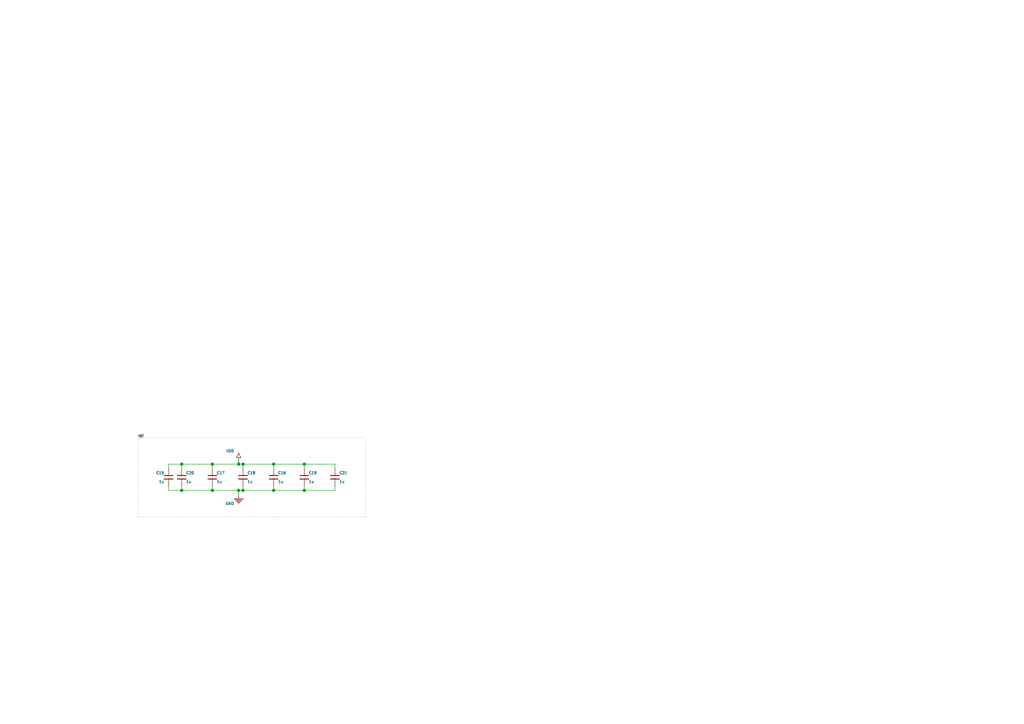
<source format=kicad_sch>
(kicad_sch (version 20230121) (generator eeschema)
  (paper "A4")
  (lib_symbols
    (symbol ""
      (property "Reference" "U" (at 2.54 1.27 0))
      (symbol "_1_0"
        (text "" (at 0 0 0) (effects (font (size 0 0))))
        (text "" (at 0 0 0) (effects (font (size 0 0))))
        (pin unspecified line (at 0 2.54 270) (length 0) (name "A") (number "~"))
        (pin unspecified line (at 0 -2.54 90) (length 0) (name "K") (number "~"))
      )
    )
    (symbol "ALTIUM_POWER_ARROW"
      (property "Value" "ALTIUM_POWER_ARROW" (at 6.35 -1.27 0))
      (symbol "ALTIUM_POWER_ARROW_1_0"
        (pin unspecified line (at 0 0 0) (length 0) (name "0") (number "~"))
      )
    )
    (symbol "ALTIUM_POWER_GND_POWER"
      (property "Value" "ALTIUM_POWER_GND_POWER" (at 6.35 -2.54 0))
      (symbol "ALTIUM_POWER_GND_POWER_1_0"
        (pin unspecified line (at 0 0 0) (length 0) (name "0") (number "~"))
      )
    )
    (symbol "AO6409"
      (property "Reference" "U" (at 0 5.54 0))
      (property "Value" "AO6409" (at 0 4.54 0))
      (symbol "AO6409_1_0"
        (pin unspecified line (at -7.62 2.54 0) (length 2.54) (name "D0") (number "~"))
        (pin unspecified line (at -7.62 0 0) (length 2.54) (name "D1") (number "~"))
        (pin unspecified line (at 7.62 0 180) (length 2.54) (name "D2") (number "~"))
        (pin unspecified line (at 7.62 2.54 180) (length 2.54) (name "D3") (number "~"))
        (pin unspecified line (at -7.62 -2.54 0) (length 2.54) (name "G") (number "~"))
        (pin unspecified line (at 7.62 -2.54 180) (length 2.54) (name "S") (number "~"))
      )
    )
    (symbol "AP2125K_2_8TRG1"
      (property "Reference" "U" (at 0 5.54 0))
      (property "Value" "AP2125K_2_8TRG1" (at 0 4.54 0))
      (symbol "AP2125K_2_8TRG1_1_0"
        (pin unspecified line (at -10.16 -2.54 0) (length 2.54) (name "CE") (number "~"))
        (pin unspecified line (at -10.16 0 0) (length 2.54) (name "GND") (number "~"))
        (pin unspecified line (at 10.16 -2.54 180) (length 2.54) (name "NC") (number "~"))
        (pin unspecified line (at -10.16 2.54 0) (length 2.54) (name "VIN") (number "~"))
        (pin unspecified line (at 10.16 2.54 180) (length 2.54) (name "VOUT") (number "~"))
      )
    )
    (symbol "BQ24078RGTR"
      (property "Reference" "U" (at 0 13.16 0))
      (property "Value" "BQ24078RGTR" (at 0 12.16 0))
      (symbol "BQ24078RGTR_1_0"
        (pin unspecified line (at -13.97 5.08 0) (length 2.54) (name "BAT0") (number "~"))
        (pin unspecified line (at -13.97 2.54 0) (length 2.54) (name "BAT1") (number "~"))
        (pin unspecified line (at -13.97 0 0) (length 2.54) (name "CE_NOT") (number "~"))
        (pin unspecified line (at 13.97 -10.16 180) (length 2.54) (name "CHG_NOT") (number "~"))
        (pin unspecified line (at -13.97 -5.08 0) (length 2.54) (name "EN1") (number "~"))
        (pin unspecified line (at -13.97 -2.54 0) (length 2.54) (name "EN2") (number "~"))
        (pin unspecified line (at 13.97 10.16 180) (length 2.54) (name "EP") (number "~"))
        (pin unspecified line (at 13.97 -2.54 180) (length 2.54) (name "ILIM") (number "~"))
        (pin unspecified line (at 13.97 0 180) (length 2.54) (name "IN") (number "~"))
        (pin unspecified line (at 13.97 7.62 180) (length 2.54) (name "ISET") (number "~"))
        (pin unspecified line (at 13.97 -7.62 180) (length 2.54) (name "OUT0") (number "~"))
        (pin unspecified line (at 13.97 -5.08 180) (length 2.54) (name "OUT1") (number "~"))
        (pin unspecified line (at -13.97 -7.62 0) (length 2.54) (name "PGOOD_NOT") (number "~"))
        (pin unspecified line (at 13.97 5.08 180) (length 2.54) (name "SYSOFF") (number "~"))
        (pin unspecified line (at 13.97 2.54 180) (length 2.54) (name "TMR") (number "~"))
        (pin unspecified line (at -13.97 7.62 0) (length 2.54) (name "TS") (number "~"))
        (pin unspecified line (at -13.97 -10.16 0) (length 2.54) (name "VSS") (number "~"))
      )
    )
    (symbol "BSN20"
      (property "Reference" "U" (at 0 5.54 0))
      (property "Value" "BSN20" (at 0 4.54 0))
      (symbol "BSN20_1_0"
        (pin unspecified line (at 2.54 5.08 270) (length 2.54) (name "D") (number "~"))
        (pin unspecified line (at -5.08 0 0) (length 2.54) (name "G") (number "~"))
        (pin unspecified line (at 2.54 -5.08 90) (length 2.54) (name "S") (number "~"))
      )
    )
    (symbol "BSS138_C713688"
      (property "Reference" "U" (at 0 5.54 0))
      (property "Value" "BSS138_C713688" (at 0 4.54 0))
      (symbol "BSS138_C713688_1_0"
        (pin unspecified line (at 0 5.08 270) (length 2.54) (name "D") (number "~"))
        (pin unspecified line (at -7.62 0 0) (length 2.54) (name "G") (number "~"))
        (pin unspecified line (at 0 -5.08 90) (length 2.54) (name "S") (number "~"))
      )
    )
    (symbol "C111117"
      (property "Reference" "X" (at 0 3 0))
      (property "Value" "C111117" (at 0 2 0))
      (symbol "C111117_1_0"
        (pin unspecified line (at -5.08 0 0) (length 2.54) (name "1") (number "1"))
        (pin unspecified line (at 5.08 0 180) (length 2.54) (name "2") (number "2"))
      )
    )
    (symbol "C112137"
      (property "Reference" "U" (at 0 6.81 0))
      (property "Value" "C112137" (at 0 5.81 0))
      (symbol "C112137_1_0"
        (pin unspecified line (at -10.16 3.81 0) (length 2.54) (name "SD_NOT") (number "1"))
        (pin unspecified line (at -10.16 1.27 0) (length 2.54) (name "NC") (number "2"))
        (pin unspecified line (at -10.16 -1.27 0) (length 2.54) (name "IN+") (number "3"))
        (pin unspecified line (at -10.16 -3.81 0) (length 2.54) (name "IN-") (number "4"))
        (pin unspecified line (at 10.16 -3.81 180) (length 2.54) (name "VO+") (number "5"))
        (pin unspecified line (at 10.16 -1.27 180) (length 2.54) (name "VDD") (number "6"))
        (pin unspecified line (at 10.16 1.27 180) (length 2.54) (name "GND") (number "7"))
        (pin unspecified line (at 10.16 3.81 180) (length 2.54) (name "VO-") (number "8"))
      )
    )
    (symbol "C115833"
      (property "Reference" "Q" (at 0 5.54 0))
      (property "Value" "C115833" (at 0 4.54 0))
      (symbol "C115833_1_0"
        (pin unspecified line (at -7.62 2.54 0) (length 2.54) (name "D0") (number "1"))
        (pin unspecified line (at -7.62 0 0) (length 2.54) (name "D1") (number "2"))
        (pin unspecified line (at -7.62 -2.54 0) (length 2.54) (name "G") (number "3"))
        (pin unspecified line (at 7.62 -2.54 180) (length 2.54) (name "S") (number "4"))
        (pin unspecified line (at 7.62 0 180) (length 2.54) (name "D2") (number "5"))
        (pin unspecified line (at 7.62 2.54 180) (length 2.54) (name "D3") (number "6"))
      )
    )
    (symbol "C116157"
      (property "Reference" "Q" (at 0 5.54 0))
      (property "Value" "C116157" (at 0 4.54 0))
      (symbol "C116157_1_0"
        (pin unspecified line (at -5.08 0 0) (length 2.54) (name "G") (number "1"))
        (pin unspecified line (at 2.54 -5.08 90) (length 2.54) (name "S") (number "2"))
        (pin unspecified line (at 2.54 5.08 270) (length 2.54) (name "D") (number "3"))
      )
    )
    (symbol "C176952"
      (property "Reference" "U" (at 0 5.54 0))
      (property "Value" "C176952" (at 0 4.54 0))
      (symbol "C176952_1_0"
        (pin unspecified line (at -10.16 2.54 0) (length 2.54) (name "VIN") (number "1"))
        (pin unspecified line (at -10.16 0 0) (length 2.54) (name "GND") (number "2"))
        (pin unspecified line (at -10.16 -2.54 0) (length 2.54) (name "CE") (number "3"))
        (pin unspecified line (at 10.16 -2.54 180) (length 2.54) (name "NC") (number "4"))
        (pin unspecified line (at 10.16 2.54 180) (length 2.54) (name "VOUT") (number "5"))
      )
    )
    (symbol "C18536"
      (property "Reference" "Q" (at 0 5.54 0))
      (property "Value" "C18536" (at 0 4.54 0))
      (symbol "C18536_1_0"
        (pin unspecified line (at 2.54 -5.08 90) (length 2.54) (name "E") (number "1"))
        (pin unspecified line (at -2.54 0 0) (length 2.54) (name "B") (number "2"))
        (pin unspecified line (at 2.54 5.08 270) (length 2.54) (name "C") (number "3"))
      )
    )
    (symbol "C221896"
      (property "Reference" "SW" (at 0 5.54 0))
      (property "Value" "C221896" (at 0 4.54 0))
      (symbol "C221896_1_0"
        (pin unspecified line (at -10.16 2.54 0) (length 5.08) (name "1") (number "1"))
        (pin unspecified line (at 10.16 2.54 180) (length 5.08) (name "2") (number "2"))
        (pin unspecified line (at -10.16 -2.54 0) (length 5.08) (name "3") (number "3"))
        (pin unspecified line (at 10.16 -2.54 180) (length 5.08) (name "4") (number "4"))
      )
    )
    (symbol "C221896_1"
      (property "Reference" "SW" (at 0 5.54 0))
      (property "Value" "C221896_1" (at 0 4.54 0))
      (symbol "C221896_1_1_0"
        (pin unspecified line (at -10.16 2.54 0) (length 5.08) (name "1") (number "1"))
        (pin unspecified line (at 10.16 2.54 180) (length 5.08) (name "2") (number "2"))
        (pin unspecified line (at -10.16 -2.54 0) (length 5.08) (name "3") (number "3"))
        (pin unspecified line (at 10.16 -2.54 180) (length 5.08) (name "4") (number "4"))
      )
    )
    (symbol "C221896_2"
      (property "Reference" "SW" (at 0 5.54 0))
      (property "Value" "C221896_2" (at 0 4.54 0))
      (symbol "C221896_2_1_0"
        (pin unspecified line (at -10.16 2.54 0) (length 5.08) (name "1") (number "1"))
        (pin unspecified line (at 10.16 2.54 180) (length 5.08) (name "2") (number "2"))
        (pin unspecified line (at -10.16 -2.54 0) (length 5.08) (name "3") (number "3"))
        (pin unspecified line (at 10.16 -2.54 180) (length 5.08) (name "4") (number "4"))
      )
    )
    (symbol "C221896_3"
      (property "Reference" "SW" (at 0 5.54 0))
      (property "Value" "C221896_3" (at 0 4.54 0))
      (symbol "C221896_3_1_0"
        (pin unspecified line (at -10.16 2.54 0) (length 5.08) (name "1") (number "1"))
        (pin unspecified line (at 10.16 2.54 180) (length 5.08) (name "2") (number "2"))
        (pin unspecified line (at -10.16 -2.54 0) (length 5.08) (name "3") (number "3"))
        (pin unspecified line (at 10.16 -2.54 180) (length 5.08) (name "4") (number "4"))
      )
    )
    (symbol "C221896_4"
      (property "Reference" "SW" (at 0 5.54 0))
      (property "Value" "C221896_4" (at 0 4.54 0))
      (symbol "C221896_4_1_0"
        (pin unspecified line (at -10.16 2.54 0) (length 5.08) (name "1") (number "1"))
        (pin unspecified line (at 10.16 2.54 180) (length 5.08) (name "2") (number "2"))
        (pin unspecified line (at -10.16 -2.54 0) (length 5.08) (name "3") (number "3"))
        (pin unspecified line (at 10.16 -2.54 180) (length 5.08) (name "4") (number "4"))
      )
    )
    (symbol "C221896_5"
      (property "Reference" "SW" (at 0 5.54 0))
      (property "Value" "C221896_5" (at 0 4.54 0))
      (symbol "C221896_5_1_0"
        (pin unspecified line (at -10.16 2.54 0) (length 5.08) (name "1") (number "1"))
        (pin unspecified line (at 10.16 2.54 180) (length 5.08) (name "2") (number "2"))
        (pin unspecified line (at -10.16 -2.54 0) (length 5.08) (name "3") (number "3"))
        (pin unspecified line (at 10.16 -2.54 180) (length 5.08) (name "4") (number "4"))
      )
    )
    (symbol "C221896_6"
      (property "Reference" "SW" (at 0 5.54 0))
      (property "Value" "C221896_6" (at 0 4.54 0))
      (symbol "C221896_6_1_0"
        (pin unspecified line (at -10.16 2.54 0) (length 5.08) (name "1") (number "1"))
        (pin unspecified line (at 10.16 2.54 180) (length 5.08) (name "2") (number "2"))
        (pin unspecified line (at -10.16 -2.54 0) (length 5.08) (name "3") (number "3"))
        (pin unspecified line (at 10.16 -2.54 180) (length 5.08) (name "4") (number "4"))
      )
    )
    (symbol "C221896_7"
      (property "Reference" "SW" (at 0 5.54 0))
      (property "Value" "C221896_7" (at 0 4.54 0))
      (symbol "C221896_7_1_0"
        (pin unspecified line (at -10.16 2.54 0) (length 5.08) (name "1") (number "1"))
        (pin unspecified line (at 10.16 2.54 180) (length 5.08) (name "2") (number "2"))
        (pin unspecified line (at -10.16 -2.54 0) (length 5.08) (name "3") (number "3"))
        (pin unspecified line (at 10.16 -2.54 180) (length 5.08) (name "4") (number "4"))
      )
    )
    (symbol "C221896_8"
      (property "Reference" "SW" (at 0 5.54 0))
      (property "Value" "C221896_8" (at 0 4.54 0))
      (symbol "C221896_8_1_0"
        (pin unspecified line (at -10.16 2.54 0) (length 5.08) (name "1") (number "1"))
        (pin unspecified line (at 10.16 2.54 180) (length 5.08) (name "2") (number "2"))
        (pin unspecified line (at -10.16 -2.54 0) (length 5.08) (name "3") (number "3"))
        (pin unspecified line (at 10.16 -2.54 180) (length 5.08) (name "4") (number "4"))
      )
    )
    (symbol "C221896_9"
      (property "Reference" "SW" (at 0 5.54 0))
      (property "Value" "C221896_9" (at 0 4.54 0))
      (symbol "C221896_9_1_0"
        (pin unspecified line (at -10.16 2.54 0) (length 5.08) (name "1") (number "1"))
        (pin unspecified line (at 10.16 2.54 180) (length 5.08) (name "2") (number "2"))
        (pin unspecified line (at -10.16 -2.54 0) (length 5.08) (name "3") (number "3"))
        (pin unspecified line (at 10.16 -2.54 180) (length 5.08) (name "4") (number "4"))
      )
    )
    (symbol "C2290"
      (property "Reference" "LED" (at 2.54 1.27 0))
      (property "Value" "C2290" (at 2.54 -1.27 0))
      (symbol "C2290_1_0"
        (text "" (at 0 0 0) (effects (font (size 0 0))))
        (text "" (at 0 0 0) (effects (font (size 0 0))))
        (pin unspecified line (at 0 2.54 270) (length 0) (name "A") (number "1"))
        (pin unspecified line (at 0 -2.54 90) (length 0) (name "K") (number "2"))
      )
    )
    (symbol "C2874119"
      (property "Reference" "LED" (at 0 8.08 0))
      (property "Value" "C2874119" (at 0 7.08 0))
      (symbol "C2874119_1_0"
        (pin unspecified line (at 5.08 0 180) (length 2.54) (name "1") (number "1"))
        (pin unspecified line (at -7.62 -5.08 0) (length 2.54) (name "B") (number "2"))
        (pin unspecified line (at -7.62 5.08 0) (length 2.54) (name "G") (number "3"))
        (pin unspecified line (at -7.62 0 0) (length 2.54) (name "R") (number "4"))
      )
    )
    (symbol "C2921483"
      (property "Reference" "U" (at 0 6.81 0))
      (property "Value" "C2921483" (at 0 5.81 0))
      (symbol "C2921483_1_0"
        (pin unspecified line (at -16.51 3.81 0) (length 2.54) (name "NOT_CS") (number "1"))
        (pin unspecified line (at -16.51 1.27 0) (length 2.54) (name "DO_IO1") (number "2"))
        (pin unspecified line (at -16.51 -1.27 0) (length 2.54) (name "IO2") (number "3"))
        (pin unspecified line (at -16.51 -3.81 0) (length 2.54) (name "GND") (number "4"))
        (pin unspecified line (at 16.51 -3.81 180) (length 2.54) (name "DI_IO0") (number "5"))
        (pin unspecified line (at 16.51 -1.27 180) (length 2.54) (name "CLK") (number "6"))
        (pin unspecified line (at 16.51 1.27 180) (length 2.54) (name "IO") (number "7"))
        (pin unspecified line (at 16.51 3.81 180) (length 2.54) (name "VCC") (number "8"))
      )
    )
    (symbol "C294620"
      (property "Reference" "D" (at 0 8.08 0))
      (property "Value" "C294620" (at 0 7.08 0))
      (symbol "C294620_1_0"
        (pin unspecified line (at -10.16 5.08 0) (length 2.54) (name "CH1") (number "1"))
        (pin unspecified line (at 10.16 5.08 180) (length 2.54) (name "nc3") (number "10"))
        (pin unspecified line (at -10.16 2.54 0) (length 2.54) (name "CH2") (number "2"))
        (pin unspecified line (at -10.16 0 0) (length 2.54) (name "GND0") (number "3"))
        (pin unspecified line (at -10.16 -2.54 0) (length 2.54) (name "CH3") (number "4"))
        (pin unspecified line (at -10.16 -5.08 0) (length 2.54) (name "CH4") (number "5"))
        (pin unspecified line (at 10.16 -5.08 180) (length 2.54) (name "nc0") (number "6"))
        (pin unspecified line (at 10.16 -2.54 180) (length 2.54) (name "nc1") (number "7"))
        (pin unspecified line (at 10.16 0 180) (length 2.54) (name "GND1") (number "8"))
        (pin unspecified line (at 10.16 2.54 180) (length 2.54) (name "nc2") (number "9"))
      )
    )
    (symbol "C470291"
      (property "Reference" "R" (at 0 5.54 0))
      (property "Value" "C470291" (at 0 4.54 0))
      (symbol "C470291_1_0"
        (pin unspecified line (at 5.08 0 180) (length 2.54) (name "1") (number "1"))
        (pin unspecified line (at 0 5.08 270) (length 2.54) (name "2") (number "2"))
        (pin unspecified line (at -5.08 0 0) (length 2.54) (name "3") (number "3"))
        (pin unspecified line (at 5.08 -3.81 180) (length 2.54) (name "4") (number "4"))
        (pin unspecified line (at 5.08 -5.08 180) (length 2.54) (name "5") (number "5"))
      )
    )
    (symbol "C470291_1"
      (property "Reference" "R" (at 0 5.54 0))
      (property "Value" "C470291_1" (at 0 4.54 0))
      (symbol "C470291_1_1_0"
        (pin unspecified line (at 5.08 0 180) (length 2.54) (name "1") (number "1"))
        (pin unspecified line (at 0 5.08 270) (length 2.54) (name "2") (number "2"))
        (pin unspecified line (at -5.08 0 0) (length 2.54) (name "3") (number "3"))
        (pin unspecified line (at 5.08 -3.81 180) (length 2.54) (name "4") (number "4"))
        (pin unspecified line (at 5.08 -5.08 180) (length 2.54) (name "5") (number "5"))
      )
    )
    (symbol "C473396"
      (property "Reference" "U" (at 0 13.16 0))
      (property "Value" "C473396" (at 0 12.16 0))
      (symbol "C473396_1_0"
        (pin unspecified line (at -13.97 7.62 0) (length 2.54) (name "TS") (number "1"))
        (pin unspecified line (at 13.97 -7.62 180) (length 2.54) (name "OUT0") (number "10"))
        (pin unspecified line (at 13.97 -5.08 180) (length 2.54) (name "OUT1") (number "11"))
        (pin unspecified line (at 13.97 -2.54 180) (length 2.54) (name "ILIM") (number "12"))
        (pin unspecified line (at 13.97 0 180) (length 2.54) (name "IN") (number "13"))
        (pin unspecified line (at 13.97 2.54 180) (length 2.54) (name "TMR") (number "14"))
        (pin unspecified line (at 13.97 5.08 180) (length 2.54) (name "SYSOFF") (number "15"))
        (pin unspecified line (at 13.97 7.62 180) (length 2.54) (name "ISET") (number "16"))
        (pin unspecified line (at 13.97 10.16 180) (length 2.54) (name "EP") (number "17"))
        (pin unspecified line (at -13.97 5.08 0) (length 2.54) (name "BAT0") (number "2"))
        (pin unspecified line (at -13.97 2.54 0) (length 2.54) (name "BAT1") (number "3"))
        (pin unspecified line (at -13.97 0 0) (length 2.54) (name "CE_NOT") (number "4"))
        (pin unspecified line (at -13.97 -2.54 0) (length 2.54) (name "EN2") (number "5"))
        (pin unspecified line (at -13.97 -5.08 0) (length 2.54) (name "EN1") (number "6"))
        (pin unspecified line (at -13.97 -7.62 0) (length 2.54) (name "PGOOD_NOT") (number "7"))
        (pin unspecified line (at -13.97 -10.16 0) (length 2.54) (name "VSS") (number "8"))
        (pin unspecified line (at 13.97 -10.16 180) (length 2.54) (name "CHG_NOT") (number "9"))
      )
    )
    (symbol "C47647"
      (property "Reference" "CN" (at 0 6.81 0))
      (property "Value" "C47647" (at 0 5.81 0))
      (symbol "C47647_1_0"
        (pin unspecified line (at -3.81 1.27 0) (length 2.54) (name "1") (number "1"))
        (pin unspecified line (at -3.81 -1.27 0) (length 2.54) (name "2") (number "2"))
        (pin unspecified line (at 2.54 -6.35 90) (length 2.54) (name "3") (number "3"))
        (pin unspecified line (at 2.54 6.35 270) (length 2.54) (name "4") (number "4"))
      )
    )
    (symbol "C530613"
      (property "Reference" "USB" (at 0 16.97 0))
      (property "Value" "C530613" (at 0 15.97 0))
      (symbol "C530613_1_0"
        (pin unspecified line (at -11.43 13.97 0) (length 2.54) (name "GND0") (number "1"))
        (pin unspecified line (at -11.43 -8.89 0) (length 2.54) (name "VBUS1") (number "10"))
        (pin unspecified line (at -11.43 -11.43 0) (length 2.54) (name "SBU1") (number "11"))
        (pin unspecified line (at -11.43 -13.97 0) (length 2.54) (name "GND1") (number "12"))
        (pin unspecified line (at 10.16 -3.81 180) (length 2.54) (name "SHELL0") (number "13"))
        (pin unspecified line (at 10.16 -1.27 180) (length 2.54) (name "SHELL1") (number "14"))
        (pin unspecified line (at 10.16 1.27 180) (length 2.54) (name "SHELL2") (number "15"))
        (pin unspecified line (at 10.16 3.81 180) (length 2.54) (name "SHELL3") (number "16"))
        (pin unspecified line (at -11.43 11.43 0) (length 2.54) (name "CC1") (number "2"))
        (pin unspecified line (at -11.43 8.89 0) (length 2.54) (name "VBUS0") (number "3"))
        (pin unspecified line (at -11.43 6.35 0) (length 2.54) (name "D+0") (number "4"))
        (pin unspecified line (at -11.43 3.81 0) (length 2.54) (name "SBU2") (number "5"))
        (pin unspecified line (at -11.43 1.27 0) (length 2.54) (name "D-0") (number "6"))
        (pin unspecified line (at -11.43 -1.27 0) (length 2.54) (name "D+1") (number "7"))
        (pin unspecified line (at -11.43 -3.81 0) (length 2.54) (name "CC2") (number "8"))
        (pin unspecified line (at -11.43 -6.35 0) (length 2.54) (name "D-1") (number "9"))
      )
    )
    (symbol "C713688"
      (property "Reference" "Q" (at 0 5.54 0))
      (property "Value" "C713688" (at 0 4.54 0))
      (symbol "C713688_1_0"
        (pin unspecified line (at -7.62 0 0) (length 2.54) (name "G") (number "1"))
        (pin unspecified line (at 0 -5.08 90) (length 2.54) (name "S") (number "2"))
        (pin unspecified line (at 0 5.08 270) (length 2.54) (name "D") (number "3"))
      )
    )
    (symbol "C778186"
      (property "Reference" "SW" (at 0 3 0))
      (property "Value" "C778186" (at 0 2 0))
      (symbol "C778186_1_0"
        (text "A" (at -3.048 2.54 0) (effects (font (size 1 1)) (justify left)))
        (text "B" (at 2.032 3.556 0) (effects (font (size 1 1)) (justify left)))
        (pin unspecified line (at -5.08 -5.08 90) (length 4.318) (name "1") (number "1"))
        (pin unspecified line (at 0 -5.08 90) (length 4.318) (name "2") (number "2"))
        (pin unspecified line (at 5.08 -5.08 90) (length 4.318) (name "3") (number "3"))
        (pin unspecified line (at 7.62 -5.08 90) (length 5.08) (name "4") (number "4"))
        (pin unspecified line (at 10.16 -5.08 90) (length 5.08) (name "5") (number "5"))
        (pin unspecified line (at -7.62 -5.08 90) (length 5.08) (name "6") (number "6"))
        (pin unspecified line (at -10.16 -5.08 90) (length 5.08) (name "7") (number "7"))
      )
    )
    (symbol "C81598"
      (property "Reference" "D" (at 2.54 1.27 0))
      (property "Value" "C81598" (at 2.54 -1.27 0))
      (symbol "C81598_1_0"
        (text "" (at 0 0 0) (effects (font (size 0 0))))
        (text "" (at 0 0 0) (effects (font (size 0 0))))
        (pin unspecified line (at 0 -2.54 90) (length 0) (name "K") (number "1"))
        (pin unspecified line (at 0 2.54 270) (length 0) (name "A") (number "2"))
      )
    )
    (symbol "C81598_1"
      (property "Reference" "D" (at 2.54 1.27 0))
      (property "Value" "C81598_1" (at 2.54 -1.27 0))
      (symbol "C81598_1_1_0"
        (text "" (at 0 0 0) (effects (font (size 0 0))))
        (text "" (at 0 0 0) (effects (font (size 0 0))))
        (pin unspecified line (at 0 -2.54 90) (length 0) (name "K") (number "1"))
        (pin unspecified line (at 0 2.54 270) (length 0) (name "A") (number "2"))
      )
    )
    (symbol "C81598_2"
      (property "Reference" "D" (at 2.54 1.27 0))
      (property "Value" "C81598_2" (at 2.54 -1.27 0))
      (symbol "C81598_2_1_0"
        (text "" (at 0 0 0) (effects (font (size 0 0))))
        (text "" (at 0 0 0) (effects (font (size 0 0))))
        (pin unspecified line (at 0 -2.54 90) (length 0) (name "K") (number "1"))
        (pin unspecified line (at 0 2.54 270) (length 0) (name "A") (number "2"))
      )
    )
    (symbol "C81598_3"
      (property "Reference" "D" (at 2.54 1.27 0))
      (property "Value" "C81598_3" (at 2.54 -1.27 0))
      (symbol "C81598_3_1_0"
        (text "" (at 0 0 0) (effects (font (size 0 0))))
        (text "" (at 0 0 0) (effects (font (size 0 0))))
        (pin unspecified line (at 0 -2.54 90) (length 0) (name "K") (number "1"))
        (pin unspecified line (at 0 2.54 270) (length 0) (name "A") (number "2"))
      )
    )
    (symbol "C81598_4"
      (property "Reference" "D" (at 2.54 1.27 0))
      (property "Value" "C81598_4" (at 2.54 -1.27 0))
      (symbol "C81598_4_1_0"
        (text "" (at 0 0 0) (effects (font (size 0 0))))
        (text "" (at 0 0 0) (effects (font (size 0 0))))
        (pin unspecified line (at 0 -2.54 90) (length 0) (name "K") (number "1"))
        (pin unspecified line (at 0 2.54 270) (length 0) (name "A") (number "2"))
      )
    )
    (symbol "C81598_5"
      (property "Reference" "D" (at 2.54 1.27 0))
      (property "Value" "C81598_5" (at 2.54 -1.27 0))
      (symbol "C81598_5_1_0"
        (text "" (at 0 0 0) (effects (font (size 0 0))))
        (text "" (at 0 0 0) (effects (font (size 0 0))))
        (pin unspecified line (at 0 -2.54 90) (length 0) (name "K") (number "1"))
        (pin unspecified line (at 0 2.54 270) (length 0) (name "A") (number "2"))
      )
    )
    (symbol "C81598_6"
      (property "Reference" "D" (at 2.54 1.27 0))
      (property "Value" "C81598_6" (at 2.54 -1.27 0))
      (symbol "C81598_6_1_0"
        (text "" (at 0 0 0) (effects (font (size 0 0))))
        (text "" (at 0 0 0) (effects (font (size 0 0))))
        (pin unspecified line (at 0 -2.54 90) (length 0) (name "K") (number "1"))
        (pin unspecified line (at 0 2.54 270) (length 0) (name "A") (number "2"))
      )
    )
    (symbol "C81598_7"
      (property "Reference" "D" (at 2.54 1.27 0))
      (property "Value" "C81598_7" (at 2.54 -1.27 0))
      (symbol "C81598_7_1_0"
        (text "" (at 0 0 0) (effects (font (size 0 0))))
        (text "" (at 0 0 0) (effects (font (size 0 0))))
        (pin unspecified line (at 0 -2.54 90) (length 0) (name "K") (number "1"))
        (pin unspecified line (at 0 2.54 270) (length 0) (name "A") (number "2"))
      )
    )
    (symbol "C91199"
      (property "Reference" "U" (at 0 9.35 0))
      (property "Value" "C91199" (at 0 8.35 0))
      (symbol "C91199_1_0"
        (pin unspecified line (at -12.7 6.35 0) (length 2.54) (name "VDD") (number "1"))
        (pin unspecified line (at 12.7 1.27 180) (length 2.54) (name "SCL") (number "10"))
        (pin unspecified line (at 12.7 3.81 180) (length 2.54) (name "AVDD") (number "11"))
        (pin unspecified line (at 12.7 6.35 180) (length 2.54) (name "GND4") (number "12"))
        (pin unspecified line (at -12.7 3.81 0) (length 2.54) (name "VSS") (number "2"))
        (pin unspecified line (at -12.7 1.27 0) (length 2.54) (name "GND") (number "3"))
        (pin unspecified line (at -12.7 -1.27 0) (length 2.54) (name "GND2") (number "4"))
        (pin unspecified line (at -12.7 -3.81 0) (length 2.54) (name "SHT") (number "5"))
        (pin unspecified line (at -12.7 -6.35 0) (length 2.54) (name "GND3") (number "6"))
        (pin unspecified line (at 12.7 -6.35 180) (length 2.54) (name "GP1") (number "7"))
        (pin unspecified line (at 12.7 -3.81 180) (length 2.54) (name "DNC") (number "8"))
        (pin unspecified line (at 12.7 -1.27 180) (length 2.54) (name "SDA") (number "9"))
      )
    )
    (symbol "C965561"
      (property "Reference" "LED" (at 0 5.54 0))
      (property "Value" "C965561" (at 0 4.54 0))
      (symbol "C965561_1_0"
        (pin unspecified line (at -8.89 2.54 0) (length 2.54) (name "BI") (number "1"))
        (pin unspecified line (at -8.89 0 0) (length 2.54) (name "DI") (number "2"))
        (pin unspecified line (at -8.89 -2.54 0) (length 2.54) (name "VDD") (number "3"))
        (pin unspecified line (at 8.89 -2.54 180) (length 2.54) (name "DO") (number "4"))
        (pin unspecified line (at 8.89 0 180) (length 2.54) (name "BO") (number "5"))
        (pin unspecified line (at 8.89 2.54 180) (length 2.54) (name "GND") (number "6"))
      )
    )
    (symbol "GND" (power)
      (property "Reference" "#PWR" (at 35 60 0))
      (property "Value" "GND" (at -2.54 -2.54 0))
      (symbol "GND_1_0"
        (pin power_in line (at 0 0 270) (length 0) (name "GND") (number "~"))
      )
    )
    (symbol "Generic_green_LED_0603"
      (property "Reference" "D" (at 2.54 1.27 0))
      (property "Value" "Generic_green_LED_0603" (at 2.54 -1.27 0))
      (symbol "Generic_green_LED_0603_1_0"
        (pin unspecified line (at 0 2.54 270) (length 0) (name "a") (number "a"))
        (pin unspecified line (at 0 -2.54 90) (length 0) (name "c") (number "c"))
      )
    )
    (symbol "Generic_red_LED_0603"
      (property "Reference" "D" (at 2.54 1.27 0))
      (property "Value" "Generic_red_LED_0603" (at 2.54 -1.27 0))
      (symbol "Generic_red_LED_0603_1_0"
        (pin unspecified line (at 0 2.54 270) (length 0) (name "a") (number "a"))
        (pin unspecified line (at 0 -2.54 90) (length 0) (name "c") (number "c"))
      )
    )
    (symbol "HC_49SM12MHz20pF30ppm"
      (property "Reference" "U" (at 0 3 0))
      (property "Value" "HC_49SM12MHz20pF30ppm" (at 0 2 0))
      (symbol "HC_49SM12MHz20pF30ppm_1_0"
        (pin unspecified line (at -5.08 0 0) (length 2.54) (name "1") (number "~"))
        (pin unspecified line (at 5.08 0 180) (length 2.54) (name "2") (number "~"))
      )
    )
    (symbol "MK_12C02_G025"
      (property "Reference" "U" (at 0 3 0))
      (property "Value" "MK_12C02_G025" (at 0 2 0))
      (symbol "MK_12C02_G025_1_0"
        (text "A" (at -3.048 2.54 0) (effects (font (size 1 1)) (justify left)))
        (text "B" (at 2.032 3.556 0) (effects (font (size 1 1)) (justify left)))
        (pin unspecified line (at -5.08 -5.08 90) (length 4.318) (name "1") (number "~"))
        (pin unspecified line (at 0 -5.08 90) (length 4.318) (name "2") (number "~"))
        (pin unspecified line (at 5.08 -5.08 90) (length 4.318) (name "3") (number "~"))
        (pin unspecified line (at 7.62 -5.08 90) (length 5.08) (name "4") (number "~"))
        (pin unspecified line (at 10.16 -5.08 90) (length 5.08) (name "5") (number "~"))
        (pin unspecified line (at -7.62 -5.08 90) (length 5.08) (name "6") (number "~"))
        (pin unspecified line (at -10.16 -5.08 90) (length 5.08) (name "7") (number "~"))
      )
    )
    (symbol "NH_Z1921RGBA_SF"
      (property "Reference" "U" (at 0 8.08 0))
      (property "Value" "NH_Z1921RGBA_SF" (at 0 7.08 0))
      (symbol "NH_Z1921RGBA_SF_1_0"
        (pin unspecified line (at 5.08 0 180) (length 2.54) (name "1") (number "~"))
        (pin unspecified line (at -7.62 -5.08 0) (length 2.54) (name "B") (number "~"))
        (pin unspecified line (at -7.62 5.08 0) (length 2.54) (name "G") (number "~"))
        (pin unspecified line (at -7.62 0 0) (length 2.54) (name "R") (number "~"))
      )
    )
    (symbol "P4V2" (power)
      (property "Reference" "#PWR" (at 35 60 0))
      (property "Value" "P4V2" (at -2.54 2.54 0))
      (symbol "P4V2_1_0"
        (pin power_in line (at 0 0 90) (length 0) (name "P4V2") (number "~"))
      )
    )
    (symbol "PAM8302AADCR"
      (property "Reference" "U" (at 0 6.81 0))
      (property "Value" "PAM8302AADCR" (at 0 5.81 0))
      (symbol "PAM8302AADCR_1_0"
        (pin unspecified line (at 10.16 1.27 180) (length 2.54) (name "GND") (number "~"))
        (pin unspecified line (at -10.16 -1.27 0) (length 2.54) (name "IN+") (number "~"))
        (pin unspecified line (at -10.16 -3.81 0) (length 2.54) (name "IN-") (number "~"))
        (pin unspecified line (at -10.16 1.27 0) (length 2.54) (name "NC") (number "~"))
        (pin unspecified line (at -10.16 3.81 0) (length 2.54) (name "SD_NOT") (number "~"))
        (pin unspecified line (at 10.16 -1.27 180) (length 2.54) (name "VDD") (number "~"))
        (pin unspecified line (at 10.16 -3.81 180) (length 2.54) (name "VO+") (number "~"))
        (pin unspecified line (at 10.16 3.81 180) (length 2.54) (name "VO-") (number "~"))
      )
    )
    (symbol "PH2_0_2PWB"
      (property "Reference" "U" (at 0 6.81 0))
      (property "Value" "PH2_0_2PWB" (at 0 5.81 0))
      (symbol "PH2_0_2PWB_1_0"
        (pin unspecified line (at -3.81 1.27 0) (length 2.54) (name "1") (number "~"))
        (pin unspecified line (at -3.81 -1.27 0) (length 2.54) (name "2") (number "~"))
        (pin unspecified line (at 2.54 -6.35 90) (length 2.54) (name "3") (number "~"))
        (pin unspecified line (at 2.54 6.35 270) (length 2.54) (name "4") (number "~"))
      )
    )
    (symbol "PTS810SJK250SMTRLFS"
      (property "Reference" "U" (at 0 5.54 0))
      (property "Value" "PTS810SJK250SMTRLFS" (at 0 4.54 0))
      (symbol "PTS810SJK250SMTRLFS_1_0"
        (pin unspecified line (at -10.16 2.54 0) (length 5.08) (name "1") (number "~"))
        (pin unspecified line (at 10.16 2.54 180) (length 5.08) (name "2") (number "~"))
        (pin unspecified line (at -10.16 -2.54 0) (length 5.08) (name "3") (number "~"))
        (pin unspecified line (at 10.16 -2.54 180) (length 5.08) (name "4") (number "~"))
      )
    )
    (symbol "PTS810SJK250SMTRLFS_1"
      (property "Reference" "U" (at 0 5.54 0))
      (property "Value" "PTS810SJK250SMTRLFS_1" (at 0 4.54 0))
      (symbol "PTS810SJK250SMTRLFS_1_1_0"
        (pin unspecified line (at -10.16 2.54 0) (length 5.08) (name "1") (number "~"))
        (pin unspecified line (at 10.16 2.54 180) (length 5.08) (name "2") (number "~"))
        (pin unspecified line (at -10.16 -2.54 0) (length 5.08) (name "3") (number "~"))
        (pin unspecified line (at 10.16 -2.54 180) (length 5.08) (name "4") (number "~"))
      )
    )
    (symbol "PTS810SJK250SMTRLFS_2"
      (property "Reference" "U" (at 0 5.54 0))
      (property "Value" "PTS810SJK250SMTRLFS_2" (at 0 4.54 0))
      (symbol "PTS810SJK250SMTRLFS_2_1_0"
        (pin unspecified line (at -10.16 2.54 0) (length 5.08) (name "1") (number "~"))
        (pin unspecified line (at 10.16 2.54 180) (length 5.08) (name "2") (number "~"))
        (pin unspecified line (at -10.16 -2.54 0) (length 5.08) (name "3") (number "~"))
        (pin unspecified line (at 10.16 -2.54 180) (length 5.08) (name "4") (number "~"))
      )
    )
    (symbol "PTS810SJK250SMTRLFS_3"
      (property "Reference" "U" (at 0 5.54 0))
      (property "Value" "PTS810SJK250SMTRLFS_3" (at 0 4.54 0))
      (symbol "PTS810SJK250SMTRLFS_3_1_0"
        (pin unspecified line (at -10.16 2.54 0) (length 5.08) (name "1") (number "~"))
        (pin unspecified line (at 10.16 2.54 180) (length 5.08) (name "2") (number "~"))
        (pin unspecified line (at -10.16 -2.54 0) (length 5.08) (name "3") (number "~"))
        (pin unspecified line (at 10.16 -2.54 180) (length 5.08) (name "4") (number "~"))
      )
    )
    (symbol "PTS810SJK250SMTRLFS_4"
      (property "Reference" "U" (at 0 5.54 0))
      (property "Value" "PTS810SJK250SMTRLFS_4" (at 0 4.54 0))
      (symbol "PTS810SJK250SMTRLFS_4_1_0"
        (pin unspecified line (at -10.16 2.54 0) (length 5.08) (name "1") (number "~"))
        (pin unspecified line (at 10.16 2.54 180) (length 5.08) (name "2") (number "~"))
        (pin unspecified line (at -10.16 -2.54 0) (length 5.08) (name "3") (number "~"))
        (pin unspecified line (at 10.16 -2.54 180) (length 5.08) (name "4") (number "~"))
      )
    )
    (symbol "PTS810SJK250SMTRLFS_5"
      (property "Reference" "U" (at 0 5.54 0))
      (property "Value" "PTS810SJK250SMTRLFS_5" (at 0 4.54 0))
      (symbol "PTS810SJK250SMTRLFS_5_1_0"
        (pin unspecified line (at -10.16 2.54 0) (length 5.08) (name "1") (number "~"))
        (pin unspecified line (at 10.16 2.54 180) (length 5.08) (name "2") (number "~"))
        (pin unspecified line (at -10.16 -2.54 0) (length 5.08) (name "3") (number "~"))
        (pin unspecified line (at 10.16 -2.54 180) (length 5.08) (name "4") (number "~"))
      )
    )
    (symbol "PTS810SJK250SMTRLFS_6"
      (property "Reference" "U" (at 0 5.54 0))
      (property "Value" "PTS810SJK250SMTRLFS_6" (at 0 4.54 0))
      (symbol "PTS810SJK250SMTRLFS_6_1_0"
        (pin unspecified line (at -10.16 2.54 0) (length 5.08) (name "1") (number "~"))
        (pin unspecified line (at 10.16 2.54 180) (length 5.08) (name "2") (number "~"))
        (pin unspecified line (at -10.16 -2.54 0) (length 5.08) (name "3") (number "~"))
        (pin unspecified line (at 10.16 -2.54 180) (length 5.08) (name "4") (number "~"))
      )
    )
    (symbol "PTS810SJK250SMTRLFS_7"
      (property "Reference" "U" (at 0 5.54 0))
      (property "Value" "PTS810SJK250SMTRLFS_7" (at 0 4.54 0))
      (symbol "PTS810SJK250SMTRLFS_7_1_0"
        (pin unspecified line (at -10.16 2.54 0) (length 5.08) (name "1") (number "~"))
        (pin unspecified line (at 10.16 2.54 180) (length 5.08) (name "2") (number "~"))
        (pin unspecified line (at -10.16 -2.54 0) (length 5.08) (name "3") (number "~"))
        (pin unspecified line (at 10.16 -2.54 180) (length 5.08) (name "4") (number "~"))
      )
    )
    (symbol "PTS810SJK250SMTRLFS_8"
      (property "Reference" "U" (at 0 5.54 0))
      (property "Value" "PTS810SJK250SMTRLFS_8" (at 0 4.54 0))
      (symbol "PTS810SJK250SMTRLFS_8_1_0"
        (pin unspecified line (at -10.16 2.54 0) (length 5.08) (name "1") (number "~"))
        (pin unspecified line (at 10.16 2.54 180) (length 5.08) (name "2") (number "~"))
        (pin unspecified line (at -10.16 -2.54 0) (length 5.08) (name "3") (number "~"))
        (pin unspecified line (at 10.16 -2.54 180) (length 5.08) (name "4") (number "~"))
      )
    )
    (symbol "PTS810SJK250SMTRLFS_9"
      (property "Reference" "U" (at 0 5.54 0))
      (property "Value" "PTS810SJK250SMTRLFS_9" (at 0 4.54 0))
      (symbol "PTS810SJK250SMTRLFS_9_1_0"
        (pin unspecified line (at -10.16 2.54 0) (length 5.08) (name "1") (number "~"))
        (pin unspecified line (at 10.16 2.54 180) (length 5.08) (name "2") (number "~"))
        (pin unspecified line (at -10.16 -2.54 0) (length 5.08) (name "3") (number "~"))
        (pin unspecified line (at 10.16 -2.54 180) (length 5.08) (name "4") (number "~"))
      )
    )
    (symbol "PUSB3FR4"
      (property "Reference" "U" (at 0 8.08 0))
      (property "Value" "PUSB3FR4" (at 0 7.08 0))
      (symbol "PUSB3FR4_1_0"
        (pin unspecified line (at -10.16 5.08 0) (length 2.54) (name "CH1") (number "~"))
        (pin unspecified line (at -10.16 2.54 0) (length 2.54) (name "CH2") (number "~"))
        (pin unspecified line (at -10.16 -2.54 0) (length 2.54) (name "CH3") (number "~"))
        (pin unspecified line (at -10.16 -5.08 0) (length 2.54) (name "CH4") (number "~"))
        (pin unspecified line (at -10.16 0 0) (length 2.54) (name "GND0") (number "~"))
        (pin unspecified line (at 10.16 0 180) (length 2.54) (name "GND1") (number "~"))
        (pin unspecified line (at 10.16 -5.08 180) (length 2.54) (name "nc0") (number "~"))
        (pin unspecified line (at 10.16 -2.54 180) (length 2.54) (name "nc1") (number "~"))
        (pin unspecified line (at 10.16 2.54 180) (length 2.54) (name "nc2") (number "~"))
        (pin unspecified line (at 10.16 5.08 180) (length 2.54) (name "nc3") (number "~"))
      )
    )
    (symbol "RK09K1130ACL"
      (property "Reference" "U" (at 0 5.54 0))
      (property "Value" "RK09K1130ACL" (at 0 4.54 0))
      (symbol "RK09K1130ACL_1_0"
        (pin unspecified line (at 5.08 0 180) (length 2.54) (name "1") (number "~"))
        (pin unspecified line (at 0 5.08 270) (length 2.54) (name "2") (number "~"))
        (pin unspecified line (at -5.08 0 0) (length 2.54) (name "3") (number "~"))
        (pin unspecified line (at 5.08 -3.81 180) (length 2.54) (name "4") (number "~"))
        (pin unspecified line (at 5.08 -5.08 180) (length 2.54) (name "5") (number "~"))
      )
    )
    (symbol "RK09K1130ACL_1"
      (property "Reference" "U" (at 0 5.54 0))
      (property "Value" "RK09K1130ACL_1" (at 0 4.54 0))
      (symbol "RK09K1130ACL_1_1_0"
        (pin unspecified line (at 5.08 0 180) (length 2.54) (name "1") (number "~"))
        (pin unspecified line (at 0 5.08 270) (length 2.54) (name "2") (number "~"))
        (pin unspecified line (at -5.08 0 0) (length 2.54) (name "3") (number "~"))
        (pin unspecified line (at 5.08 -3.81 180) (length 2.54) (name "4") (number "~"))
        (pin unspecified line (at 5.08 -5.08 180) (length 2.54) (name "5") (number "~"))
      )
    )
    (symbol "Sym2n3904S_RTK_PS_C18536"
      (property "Reference" "U" (at 0 5.54 0))
      (property "Value" "Sym2n3904S_RTK_PS_C18536" (at 0 4.54 0))
      (symbol "Sym2n3904S_RTK_PS_C18536_1_0"
        (pin unspecified line (at -2.54 0 0) (length 2.54) (name "B") (number "~"))
        (pin unspecified line (at 2.54 5.08 270) (length 2.54) (name "C") (number "~"))
        (pin unspecified line (at 2.54 -5.08 90) (length 2.54) (name "E") (number "~"))
      )
    )
    (symbol "Sym_1"
      (property "Reference" "U" (at 2.54 1.27 0))
      (property "Value" "Sym_1" (at 2.54 -1.27 0))
      (symbol "Sym_1_1_0"
        (text "" (at 0 0 0) (effects (font (size 0 0))))
        (text "" (at 0 0 0) (effects (font (size 0 0))))
        (pin unspecified line (at 0 2.54 270) (length 0) (name "A") (number "~"))
        (pin unspecified line (at 0 -2.54 90) (length 0) (name "K") (number "~"))
      )
    )
    (symbol "Sym_2"
      (property "Reference" "U" (at 2.54 1.27 0))
      (property "Value" "Sym_2" (at 2.54 -1.27 0))
      (symbol "Sym_2_1_0"
        (text "" (at 0 0 0) (effects (font (size 0 0))))
        (text "" (at 0 0 0) (effects (font (size 0 0))))
        (pin unspecified line (at 0 2.54 270) (length 0) (name "A") (number "~"))
        (pin unspecified line (at 0 -2.54 90) (length 0) (name "K") (number "~"))
      )
    )
    (symbol "Sym_3"
      (property "Reference" "U" (at 2.54 1.27 0))
      (property "Value" "Sym_3" (at 2.54 -1.27 0))
      (symbol "Sym_3_1_0"
        (text "" (at 0 0 0) (effects (font (size 0 0))))
        (text "" (at 0 0 0) (effects (font (size 0 0))))
        (pin unspecified line (at 0 2.54 270) (length 0) (name "A") (number "~"))
        (pin unspecified line (at 0 -2.54 90) (length 0) (name "K") (number "~"))
      )
    )
    (symbol "Sym_4"
      (property "Reference" "U" (at 2.54 1.27 0))
      (property "Value" "Sym_4" (at 2.54 -1.27 0))
      (symbol "Sym_4_1_0"
        (text "" (at 0 0 0) (effects (font (size 0 0))))
        (text "" (at 0 0 0) (effects (font (size 0 0))))
        (pin unspecified line (at 0 2.54 270) (length 0) (name "A") (number "~"))
        (pin unspecified line (at 0 -2.54 90) (length 0) (name "K") (number "~"))
      )
    )
    (symbol "Sym_5"
      (property "Reference" "U" (at 2.54 1.27 0))
      (property "Value" "Sym_5" (at 2.54 -1.27 0))
      (symbol "Sym_5_1_0"
        (text "" (at 0 0 0) (effects (font (size 0 0))))
        (text "" (at 0 0 0) (effects (font (size 0 0))))
        (pin unspecified line (at 0 2.54 270) (length 0) (name "A") (number "~"))
        (pin unspecified line (at 0 -2.54 90) (length 0) (name "K") (number "~"))
      )
    )
    (symbol "Sym_6"
      (property "Reference" "U" (at 2.54 1.27 0))
      (property "Value" "Sym_6" (at 2.54 -1.27 0))
      (symbol "Sym_6_1_0"
        (text "" (at 0 0 0) (effects (font (size 0 0))))
        (text "" (at 0 0 0) (effects (font (size 0 0))))
        (pin unspecified line (at 0 2.54 270) (length 0) (name "A") (number "~"))
        (pin unspecified line (at 0 -2.54 90) (length 0) (name "K") (number "~"))
      )
    )
    (symbol "Sym_7"
      (property "Reference" "U" (at 2.54 1.27 0))
      (property "Value" "Sym_7" (at 2.54 -1.27 0))
      (symbol "Sym_7_1_0"
        (text "" (at 0 0 0) (effects (font (size 0 0))))
        (text "" (at 0 0 0) (effects (font (size 0 0))))
        (pin unspecified line (at 0 2.54 270) (length 0) (name "A") (number "~"))
        (pin unspecified line (at 0 -2.54 90) (length 0) (name "K") (number "~"))
      )
    )
    (symbol "Sym_8"
      (property "Reference" "U" (at 2.54 1.27 0))
      (property "Value" "Sym_8" (at 2.54 -1.27 0))
      (symbol "Sym_8_1_0"
        (text "" (at 0 0 0) (effects (font (size 0 0))))
        (text "" (at 0 0 0) (effects (font (size 0 0))))
        (pin unspecified line (at 0 2.54 270) (length 0) (name "A") (number "~"))
        (pin unspecified line (at 0 -2.54 90) (length 0) (name "K") (number "~"))
      )
    )
    (symbol "TYPE_C_31_M_23"
      (property "Reference" "U" (at 0 16.97 0))
      (property "Value" "TYPE_C_31_M_23" (at 0 15.97 0))
      (symbol "TYPE_C_31_M_23_1_0"
        (pin unspecified line (at -11.43 11.43 0) (length 2.54) (name "CC1") (number "~"))
        (pin unspecified line (at -11.43 -3.81 0) (length 2.54) (name "CC2") (number "~"))
        (pin unspecified line (at -11.43 6.35 0) (length 2.54) (name "D+0") (number "~"))
        (pin unspecified line (at -11.43 -1.27 0) (length 2.54) (name "D+1") (number "~"))
        (pin unspecified line (at -11.43 1.27 0) (length 2.54) (name "D-0") (number "~"))
        (pin unspecified line (at -11.43 -6.35 0) (length 2.54) (name "D-1") (number "~"))
        (pin unspecified line (at -11.43 13.97 0) (length 2.54) (name "GND0") (number "~"))
        (pin unspecified line (at -11.43 -13.97 0) (length 2.54) (name "GND1") (number "~"))
        (pin unspecified line (at -11.43 -11.43 0) (length 2.54) (name "SBU1") (number "~"))
        (pin unspecified line (at -11.43 3.81 0) (length 2.54) (name "SBU2") (number "~"))
        (pin unspecified line (at 10.16 -3.81 180) (length 2.54) (name "SHELL0") (number "~"))
        (pin unspecified line (at 10.16 -1.27 180) (length 2.54) (name "SHELL1") (number "~"))
        (pin unspecified line (at 10.16 1.27 180) (length 2.54) (name "SHELL2") (number "~"))
        (pin unspecified line (at 10.16 3.81 180) (length 2.54) (name "SHELL3") (number "~"))
        (pin unspecified line (at -11.43 8.89 0) (length 2.54) (name "VBUS0") (number "~"))
        (pin unspecified line (at -11.43 -8.89 0) (length 2.54) (name "VBUS1") (number "~"))
      )
    )
    (symbol "VBAT" (power)
      (property "Reference" "#PWR" (at 35 60 0))
      (property "Value" "VBAT" (at -2.54 2.54 0))
      (symbol "VBAT_1_0"
        (pin power_in line (at 0 0 90) (length 0) (name "VBAT") (number "~"))
      )
    )
    (symbol "VBUS" (power)
      (property "Reference" "#PWR" (at 35 60 0))
      (property "Value" "VBUS" (at -2.54 2.54 0))
      (symbol "VBUS_1_0"
        (pin power_in line (at 0 0 90) (length 0) (name "VBUS") (number "~"))
      )
    )
    (symbol "VDD" (power)
      (property "Reference" "#PWR" (at 35 60 0))
      (property "Value" "VDD" (at -2.54 2.54 0))
      (symbol "VDD_1_0"
        (pin power_in line (at 0 0 90) (length 0) (name "VDD") (number "~"))
      )
    )
    (symbol "VL53L0CXV0DH_1"
      (property "Reference" "U" (at 0 9.35 0))
      (property "Value" "VL53L0CXV0DH_1" (at 0 8.35 0))
      (symbol "VL53L0CXV0DH_1_1_0"
        (pin unspecified line (at 12.7 3.81 180) (length 2.54) (name "AVDD") (number "~"))
        (pin unspecified line (at 12.7 -3.81 180) (length 2.54) (name "DNC") (number "~"))
        (pin unspecified line (at -12.7 1.27 0) (length 2.54) (name "GND") (number "~"))
        (pin unspecified line (at -12.7 -1.27 0) (length 2.54) (name "GND2") (number "~"))
        (pin unspecified line (at -12.7 -6.35 0) (length 2.54) (name "GND3") (number "~"))
        (pin unspecified line (at 12.7 6.35 180) (length 2.54) (name "GND4") (number "~"))
        (pin unspecified line (at 12.7 -6.35 180) (length 2.54) (name "GP1") (number "~"))
        (pin unspecified line (at 12.7 1.27 180) (length 2.54) (name "SCL") (number "~"))
        (pin unspecified line (at 12.7 -1.27 180) (length 2.54) (name "SDA") (number "~"))
        (pin unspecified line (at -12.7 -3.81 0) (length 2.54) (name "SHT") (number "~"))
        (pin unspecified line (at -12.7 6.35 0) (length 2.54) (name "VDD") (number "~"))
        (pin unspecified line (at -12.7 3.81 0) (length 2.54) (name "VSS") (number "~"))
      )
    )
    (symbol "W25Q128JVSIQTR__YJLTY"
      (property "Reference" "U" (at 0 6.81 0))
      (property "Value" "W25Q128JVSIQTR__YJLTY" (at 0 5.81 0))
      (symbol "W25Q128JVSIQTR__YJLTY_1_0"
        (pin unspecified line (at 16.51 -1.27 180) (length 2.54) (name "CLK") (number "~"))
        (pin unspecified line (at 16.51 -3.81 180) (length 2.54) (name "DI_IO0") (number "~"))
        (pin unspecified line (at -16.51 1.27 0) (length 2.54) (name "DO_IO1") (number "~"))
        (pin unspecified line (at -16.51 -3.81 0) (length 2.54) (name "GND") (number "~"))
        (pin unspecified line (at 16.51 1.27 180) (length 2.54) (name "IO") (number "~"))
        (pin unspecified line (at -16.51 -1.27 0) (length 2.54) (name "IO2") (number "~"))
        (pin unspecified line (at -16.51 3.81 0) (length 2.54) (name "NOT_CS") (number "~"))
        (pin unspecified line (at 16.51 3.81 180) (length 2.54) (name "VCC") (number "~"))
      )
    )
    (symbol "WS2816C_2121"
      (property "Reference" "U" (at 0 5.54 0))
      (property "Value" "WS2816C_2121" (at 0 4.54 0))
      (symbol "WS2816C_2121_1_0"
        (pin unspecified line (at -8.89 2.54 0) (length 2.54) (name "BI") (number "~"))
        (pin unspecified line (at 8.89 0 180) (length 2.54) (name "BO") (number "~"))
        (pin unspecified line (at -8.89 0 0) (length 2.54) (name "DI") (number "~"))
        (pin unspecified line (at 8.89 -2.54 180) (length 2.54) (name "DO") (number "~"))
        (pin unspecified line (at 8.89 2.54 180) (length 2.54) (name "GND") (number "~"))
        (pin unspecified line (at -8.89 -2.54 0) (length 2.54) (name "VDD") (number "~"))
      )
    )
    (symbol "box_symbol_13L_30R_12T_2B"
      (property "Reference" "U" (at -21.59 48.352 0))
      (property "Value" "box_symbol_13L_30R_12T_2B" (at -21.59 47.29 0))
      (symbol "box_symbol_13L_30R_12T_2B_1_0"
        (pin unspecified line (at -1.27 -49.53 90) (length 2.54) (name "B0") (number "~"))
        (pin unspecified line (at 1.27 -49.53 90) (length 2.54) (name "B1") (number "~"))
        (pin unspecified line (at -24.13 15.24 0) (length 2.54) (name "L0") (number "~"))
        (pin unspecified line (at -24.13 12.7 0) (length 2.54) (name "L1") (number "~"))
        (pin unspecified line (at -24.13 -10.16 0) (length 2.54) (name "L10") (number "~"))
        (pin unspecified line (at -24.13 -12.7 0) (length 2.54) (name "L11") (number "~"))
        (pin unspecified line (at -24.13 -15.24 0) (length 2.54) (name "L12") (number "~"))
        (pin unspecified line (at -24.13 10.16 0) (length 2.54) (name "L2") (number "~"))
        (pin unspecified line (at -24.13 7.62 0) (length 2.54) (name "L3") (number "~"))
        (pin unspecified line (at -24.13 5.08 0) (length 2.54) (name "L4") (number "~"))
        (pin unspecified line (at -24.13 2.54 0) (length 2.54) (name "L5") (number "~"))
        (pin unspecified line (at -24.13 0 0) (length 2.54) (name "L6") (number "~"))
        (pin unspecified line (at -24.13 -2.54 0) (length 2.54) (name "L7") (number "~"))
        (pin unspecified line (at -24.13 -5.08 0) (length 2.54) (name "L8") (number "~"))
        (pin unspecified line (at -24.13 -7.62 0) (length 2.54) (name "L9") (number "~"))
        (pin unspecified line (at 24.13 36.83 180) (length 2.54) (name "R0") (number "~"))
        (pin unspecified line (at 24.13 34.29 180) (length 2.54) (name "R1") (number "~"))
        (pin unspecified line (at 24.13 11.43 180) (length 2.54) (name "R10") (number "~"))
        (pin unspecified line (at 24.13 8.89 180) (length 2.54) (name "R11") (number "~"))
        (pin unspecified line (at 24.13 6.35 180) (length 2.54) (name "R12") (number "~"))
        (pin unspecified line (at 24.13 3.81 180) (length 2.54) (name "R13") (number "~"))
        (pin unspecified line (at 24.13 1.27 180) (length 2.54) (name "R14") (number "~"))
        (pin unspecified line (at 24.13 -1.27 180) (length 2.54) (name "R15") (number "~"))
        (pin unspecified line (at 24.13 -3.81 180) (length 2.54) (name "R16") (number "~"))
        (pin unspecified line (at 24.13 -6.35 180) (length 2.54) (name "R17") (number "~"))
        (pin unspecified line (at 24.13 -8.89 180) (length 2.54) (name "R18") (number "~"))
        (pin unspecified line (at 24.13 -11.43 180) (length 2.54) (name "R19") (number "~"))
        (pin unspecified line (at 24.13 31.75 180) (length 2.54) (name "R2") (number "~"))
        (pin unspecified line (at 24.13 -13.97 180) (length 2.54) (name "R20") (number "~"))
        (pin unspecified line (at 24.13 -16.51 180) (length 2.54) (name "R21") (number "~"))
        (pin unspecified line (at 24.13 -19.05 180) (length 2.54) (name "R22") (number "~"))
        (pin unspecified line (at 24.13 -21.59 180) (length 2.54) (name "R23") (number "~"))
        (pin unspecified line (at 24.13 -24.13 180) (length 2.54) (name "R24") (number "~"))
        (pin unspecified line (at 24.13 -26.67 180) (length 2.54) (name "R25") (number "~"))
        (pin unspecified line (at 24.13 -29.21 180) (length 2.54) (name "R26") (number "~"))
        (pin unspecified line (at 24.13 -31.75 180) (length 2.54) (name "R27") (number "~"))
        (pin unspecified line (at 24.13 -34.29 180) (length 2.54) (name "R28") (number "~"))
        (pin unspecified line (at 24.13 -36.83 180) (length 2.54) (name "R29") (number "~"))
        (pin unspecified line (at 24.13 29.21 180) (length 2.54) (name "R3") (number "~"))
        (pin unspecified line (at 24.13 26.67 180) (length 2.54) (name "R4") (number "~"))
        (pin unspecified line (at 24.13 24.13 180) (length 2.54) (name "R5") (number "~"))
        (pin unspecified line (at 24.13 21.59 180) (length 2.54) (name "R6") (number "~"))
        (pin unspecified line (at 24.13 19.05 180) (length 2.54) (name "R7") (number "~"))
        (pin unspecified line (at 24.13 16.51 180) (length 2.54) (name "R8") (number "~"))
        (pin unspecified line (at 24.13 13.97 180) (length 2.54) (name "R9") (number "~"))
        (pin unspecified line (at -13.97 49.53 270) (length 2.54) (name "T0") (number "~"))
        (pin unspecified line (at -11.43 49.53 270) (length 2.54) (name "T1") (number "~"))
        (pin unspecified line (at 11.43 49.53 270) (length 2.54) (name "T10") (number "~"))
        (pin unspecified line (at 13.97 49.53 270) (length 2.54) (name "T11") (number "~"))
        (pin unspecified line (at -8.89 49.53 270) (length 2.54) (name "T2") (number "~"))
        (pin unspecified line (at -6.35 49.53 270) (length 2.54) (name "T3") (number "~"))
        (pin unspecified line (at -3.81 49.53 270) (length 2.54) (name "T4") (number "~"))
        (pin unspecified line (at -1.27 49.53 270) (length 2.54) (name "T5") (number "~"))
        (pin unspecified line (at 1.27 49.53 270) (length 2.54) (name "T6") (number "~"))
        (pin unspecified line (at 3.81 49.53 270) (length 2.54) (name "T7") (number "~"))
        (pin unspecified line (at 6.35 49.53 270) (length 2.54) (name "T8") (number "~"))
        (pin unspecified line (at 8.89 49.53 270) (length 2.54) (name "T9") (number "~"))
      )
    )
    (symbol "box_symbol_2L_0R_0T_0B"
      (property "Reference" "U" (at -5.08 5.172 0))
      (property "Value" "box_symbol_2L_0R_0T_0B" (at -5.08 4.11 0))
      (symbol "box_symbol_2L_0R_0T_0B_1_0"
        (pin unspecified line (at -7.62 1.27 0) (length 2.54) (name "L0") (number "~"))
        (pin unspecified line (at -7.62 -1.27 0) (length 2.54) (name "L1") (number "~"))
      )
    )
    (symbol "box_symbol_6L_36R_0T_3B"
      (property "Reference" "U" (at -7.62 54.702 0))
      (property "Value" "box_symbol_6L_36R_0T_3B" (at -7.62 53.64 0))
      (symbol "box_symbol_6L_36R_0T_3B_1_0"
        (pin unspecified line (at -2.54 -55.88 90) (length 2.54) (name "B0") (number "~"))
        (pin unspecified line (at 0 -55.88 90) (length 2.54) (name "B1") (number "~"))
        (pin unspecified line (at 2.54 -55.88 90) (length 2.54) (name "B2") (number "~"))
        (pin unspecified line (at -10.16 6.35 0) (length 2.54) (name "L0") (number "~"))
        (pin unspecified line (at -10.16 3.81 0) (length 2.54) (name "L1") (number "~"))
        (pin unspecified line (at -10.16 1.27 0) (length 2.54) (name "L2") (number "~"))
        (pin unspecified line (at -10.16 -1.27 0) (length 2.54) (name "L3") (number "~"))
        (pin unspecified line (at -10.16 -3.81 0) (length 2.54) (name "L4") (number "~"))
        (pin unspecified line (at -10.16 -6.35 0) (length 2.54) (name "L5") (number "~"))
        (pin unspecified line (at 10.16 44.45 180) (length 2.54) (name "R0") (number "~"))
        (pin unspecified line (at 10.16 41.91 180) (length 2.54) (name "R1") (number "~"))
        (pin unspecified line (at 10.16 19.05 180) (length 2.54) (name "R10") (number "~"))
        (pin unspecified line (at 10.16 16.51 180) (length 2.54) (name "R11") (number "~"))
        (pin unspecified line (at 10.16 13.97 180) (length 2.54) (name "R12") (number "~"))
        (pin unspecified line (at 10.16 11.43 180) (length 2.54) (name "R13") (number "~"))
        (pin unspecified line (at 10.16 8.89 180) (length 2.54) (name "R14") (number "~"))
        (pin unspecified line (at 10.16 6.35 180) (length 2.54) (name "R15") (number "~"))
        (pin unspecified line (at 10.16 3.81 180) (length 2.54) (name "R16") (number "~"))
        (pin unspecified line (at 10.16 1.27 180) (length 2.54) (name "R17") (number "~"))
        (pin unspecified line (at 10.16 -1.27 180) (length 2.54) (name "R18") (number "~"))
        (pin unspecified line (at 10.16 -3.81 180) (length 2.54) (name "R19") (number "~"))
        (pin unspecified line (at 10.16 39.37 180) (length 2.54) (name "R2") (number "~"))
        (pin unspecified line (at 10.16 -6.35 180) (length 2.54) (name "R20") (number "~"))
        (pin unspecified line (at 10.16 -8.89 180) (length 2.54) (name "R21") (number "~"))
        (pin unspecified line (at 10.16 -11.43 180) (length 2.54) (name "R22") (number "~"))
        (pin unspecified line (at 10.16 -13.97 180) (length 2.54) (name "R23") (number "~"))
        (pin unspecified line (at 10.16 -16.51 180) (length 2.54) (name "R24") (number "~"))
        (pin unspecified line (at 10.16 -19.05 180) (length 2.54) (name "R25") (number "~"))
        (pin unspecified line (at 10.16 -21.59 180) (length 2.54) (name "R26") (number "~"))
        (pin unspecified line (at 10.16 -24.13 180) (length 2.54) (name "R27") (number "~"))
        (pin unspecified line (at 10.16 -26.67 180) (length 2.54) (name "R28") (number "~"))
        (pin unspecified line (at 10.16 -29.21 180) (length 2.54) (name "R29") (number "~"))
        (pin unspecified line (at 10.16 36.83 180) (length 2.54) (name "R3") (number "~"))
        (pin unspecified line (at 10.16 -31.75 180) (length 2.54) (name "R30") (number "~"))
        (pin unspecified line (at 10.16 -34.29 180) (length 2.54) (name "R31") (number "~"))
        (pin unspecified line (at 10.16 -36.83 180) (length 2.54) (name "R32") (number "~"))
        (pin unspecified line (at 10.16 -39.37 180) (length 2.54) (name "R33") (number "~"))
        (pin unspecified line (at 10.16 -41.91 180) (length 2.54) (name "R34") (number "~"))
        (pin unspecified line (at 10.16 -44.45 180) (length 2.54) (name "R35") (number "~"))
        (pin unspecified line (at 10.16 34.29 180) (length 2.54) (name "R4") (number "~"))
        (pin unspecified line (at 10.16 31.75 180) (length 2.54) (name "R5") (number "~"))
        (pin unspecified line (at 10.16 29.21 180) (length 2.54) (name "R6") (number "~"))
        (pin unspecified line (at 10.16 26.67 180) (length 2.54) (name "R7") (number "~"))
        (pin unspecified line (at 10.16 24.13 180) (length 2.54) (name "R8") (number "~"))
        (pin unspecified line (at 10.16 21.59 180) (length 2.54) (name "R9") (number "~"))
      )
    )
    (symbol "capacitor_sym"
      (property "Reference" "U" (at 1.27 1.27 0))
      (property "Value" "capacitor_sym" (at 1.27 -1.27 0))
      (symbol "capacitor_sym_1_0"
        (pin unspecified line (at 0 2.54 270) (length 0) (name "1") (number "~"))
        (pin unspecified line (at 0 -2.54 90) (length 0) (name "2") (number "~"))
      )
    )
    (symbol "component"
      (property "Reference" "U" (at -7.62 54.702 0))
      (property "Value" "component" (at -7.62 53.64 0))
      (symbol "component_1_0"
        (pin unspecified line (at 10.16 39.37 180) (length 2.54) (name "OUT3") (number "1"))
        (pin unspecified line (at 10.16 16.51 180) (length 2.54) (name "OUT12") (number "10"))
        (pin unspecified line (at 10.16 13.97 180) (length 2.54) (name "OUT13") (number "11"))
        (pin unspecified line (at 10.16 11.43 180) (length 2.54) (name "OUT14") (number "12"))
        (pin unspecified line (at 10.16 8.89 180) (length 2.54) (name "OUT15") (number "13"))
        (pin unspecified line (at 10.16 6.35 180) (length 2.54) (name "OUT16") (number "14"))
        (pin unspecified line (at 10.16 3.81 180) (length 2.54) (name "OUT17") (number "15"))
        (pin unspecified line (at 10.16 1.27 180) (length 2.54) (name "OUT18") (number "16"))
        (pin unspecified line (at 0 -55.88 90) (length 2.54) (name "GND0") (number "17"))
        (pin unspecified line (at 10.16 -1.27 180) (length 2.54) (name "OUT19") (number "18"))
        (pin unspecified line (at 10.16 -3.81 180) (length 2.54) (name "OUT20") (number "19"))
        (pin unspecified line (at 10.16 36.83 180) (length 2.54) (name "OUT4") (number "2"))
        (pin unspecified line (at 10.16 -6.35 180) (length 2.54) (name "OUT21") (number "20"))
        (pin unspecified line (at 10.16 -8.89 180) (length 2.54) (name "OUT22") (number "21"))
        (pin unspecified line (at 10.16 -11.43 180) (length 2.54) (name "OUT23") (number "22"))
        (pin unspecified line (at 10.16 -13.97 180) (length 2.54) (name "OUT24") (number "23"))
        (pin unspecified line (at 10.16 -16.51 180) (length 2.54) (name "OUT25") (number "24"))
        (pin unspecified line (at 10.16 -19.05 180) (length 2.54) (name "OUT26") (number "25"))
        (pin unspecified line (at 10.16 -21.59 180) (length 2.54) (name "OUT27") (number "26"))
        (pin unspecified line (at 10.16 -24.13 180) (length 2.54) (name "OUT28") (number "27"))
        (pin unspecified line (at 10.16 -26.67 180) (length 2.54) (name "OUT29") (number "28"))
        (pin unspecified line (at 10.16 -29.21 180) (length 2.54) (name "OUT30") (number "29"))
        (pin unspecified line (at 10.16 34.29 180) (length 2.54) (name "OUT5") (number "3"))
        (pin unspecified line (at 10.16 -31.75 180) (length 2.54) (name "OUT31") (number "30"))
        (pin unspecified line (at 10.16 -34.29 180) (length 2.54) (name "OUT32") (number "31"))
        (pin unspecified line (at 10.16 -36.83 180) (length 2.54) (name "OUT33") (number "32"))
        (pin unspecified line (at 10.16 -39.37 180) (length 2.54) (name "OUT34") (number "33"))
        (pin unspecified line (at 10.16 -41.91 180) (length 2.54) (name "OUT35") (number "34"))
        (pin unspecified line (at 10.16 -44.45 180) (length 2.54) (name "OUT36") (number "35"))
        (pin unspecified line (at -10.16 -1.27 0) (length 2.54) (name "SDB") (number "36"))
        (pin unspecified line (at -10.16 -3.81 0) (length 2.54) (name "AD") (number "37"))
        (pin unspecified line (at -10.16 6.35 0) (length 2.54) (name "VCC") (number "38"))
        (pin unspecified line (at 2.54 -55.88 90) (length 2.54) (name "GND1") (number "39"))
        (pin unspecified line (at 10.16 31.75 180) (length 2.54) (name "OUT6") (number "4"))
        (pin unspecified line (at -10.16 -6.35 0) (length 2.54) (name "R-EXT") (number "40"))
        (pin unspecified line (at -10.16 1.27 0) (length 2.54) (name "SDA") (number "41"))
        (pin unspecified line (at -10.16 3.81 0) (length 2.54) (name "SCL") (number "42"))
        (pin unspecified line (at 10.16 44.45 180) (length 2.54) (name "OUT1") (number "43"))
        (pin unspecified line (at 10.16 41.91 180) (length 2.54) (name "OUT2") (number "44"))
        (pin unspecified line (at -2.54 -55.88 90) (length 2.54) (name "EPAD") (number "45"))
        (pin unspecified line (at 10.16 29.21 180) (length 2.54) (name "OUT7") (number "5"))
        (pin unspecified line (at 10.16 26.67 180) (length 2.54) (name "OUT8") (number "6"))
        (pin unspecified line (at 10.16 24.13 180) (length 2.54) (name "OUT9") (number "7"))
        (pin unspecified line (at 10.16 21.59 180) (length 2.54) (name "OUT10") (number "8"))
        (pin unspecified line (at 10.16 19.05 180) (length 2.54) (name "OUT11") (number "9"))
      )
    )
    (symbol "component_1"
      (property "Reference" "U" (at -21.59 48.352 0))
      (property "Value" "component_1" (at -21.59 47.29 0))
      (symbol "component_1_1_0"
        (pin unspecified line (at -13.97 49.53 270) (length 2.54) (name "IOVDD5") (number "1"))
        (pin unspecified line (at -11.43 49.53 270) (length 2.54) (name "IOVDD4") (number "10"))
        (pin unspecified line (at 24.13 36.83 180) (length 2.54) (name "GPIO8") (number "11"))
        (pin unspecified line (at 24.13 34.29 180) (length 2.54) (name "GPIO9") (number "12"))
        (pin unspecified line (at 24.13 31.75 180) (length 2.54) (name "GPIO10") (number "13"))
        (pin unspecified line (at 24.13 29.21 180) (length 2.54) (name "GPIO11") (number "14"))
        (pin unspecified line (at 24.13 26.67 180) (length 2.54) (name "GPIO12") (number "15"))
        (pin unspecified line (at 24.13 24.13 180) (length 2.54) (name "GPIO13") (number "16"))
        (pin unspecified line (at 24.13 21.59 180) (length 2.54) (name "GPIO14") (number "17"))
        (pin unspecified line (at 24.13 19.05 180) (length 2.54) (name "GPIO15") (number "18"))
        (pin unspecified line (at -1.27 -49.53 90) (length 2.54) (name "TESTEN") (number "19"))
        (pin unspecified line (at 24.13 16.51 180) (length 2.54) (name "GPIO0") (number "2"))
        (pin unspecified line (at -24.13 15.24 0) (length 2.54) (name "XIN") (number "20"))
        (pin unspecified line (at -24.13 12.7 0) (length 2.54) (name "XOUT") (number "21"))
        (pin unspecified line (at -8.89 49.53 270) (length 2.54) (name "IOVDD3") (number "22"))
        (pin unspecified line (at 13.97 49.53 270) (length 2.54) (name "DVDD1") (number "23"))
        (pin unspecified line (at -24.13 10.16 0) (length 2.54) (name "SWCLK") (number "24"))
        (pin unspecified line (at -24.13 7.62 0) (length 2.54) (name "SWD") (number "25"))
        (pin unspecified line (at -24.13 5.08 0) (length 2.54) (name "RUN") (number "26"))
        (pin unspecified line (at 24.13 13.97 180) (length 2.54) (name "GPIO16") (number "27"))
        (pin unspecified line (at 24.13 11.43 180) (length 2.54) (name "GPIO17") (number "28"))
        (pin unspecified line (at 24.13 8.89 180) (length 2.54) (name "GPIO18") (number "29"))
        (pin unspecified line (at 24.13 6.35 180) (length 2.54) (name "GPIO1") (number "3"))
        (pin unspecified line (at 24.13 3.81 180) (length 2.54) (name "GPIO19") (number "30"))
        (pin unspecified line (at 24.13 1.27 180) (length 2.54) (name "GPIO20") (number "31"))
        (pin unspecified line (at 24.13 -1.27 180) (length 2.54) (name "GPIO21") (number "32"))
        (pin unspecified line (at -6.35 49.53 270) (length 2.54) (name "IOVDD2") (number "33"))
        (pin unspecified line (at 24.13 -3.81 180) (length 2.54) (name "GPIO22") (number "34"))
        (pin unspecified line (at 24.13 -6.35 180) (length 2.54) (name "GPIO23") (number "35"))
        (pin unspecified line (at 24.13 -8.89 180) (length 2.54) (name "GPIO24") (number "36"))
        (pin unspecified line (at 24.13 -11.43 180) (length 2.54) (name "GPIO25") (number "37"))
        (pin unspecified line (at 24.13 -13.97 180) (length 2.54) (name "GPIO26") (number "38"))
        (pin unspecified line (at 24.13 -16.51 180) (length 2.54) (name "GPIO27") (number "39"))
        (pin unspecified line (at 24.13 -19.05 180) (length 2.54) (name "GPIO2") (number "4"))
        (pin unspecified line (at 24.13 -21.59 180) (length 2.54) (name "GPIO28") (number "40"))
        (pin unspecified line (at 24.13 -24.13 180) (length 2.54) (name "GPIO29") (number "41"))
        (pin unspecified line (at -3.81 49.53 270) (length 2.54) (name "IOVDD1") (number "42"))
        (pin unspecified line (at -1.27 49.53 270) (length 2.54) (name "ADC_AVDD") (number "43"))
        (pin unspecified line (at 6.35 49.53 270) (length 2.54) (name "VREG_IN") (number "44"))
        (pin unspecified line (at 8.89 49.53 270) (length 2.54) (name "VREG_VOUT") (number "45"))
        (pin unspecified line (at -24.13 2.54 0) (length 2.54) (name "USB_DM") (number "46"))
        (pin unspecified line (at -24.13 0 0) (length 2.54) (name "USB_DP") (number "47"))
        (pin unspecified line (at 1.27 49.53 270) (length 2.54) (name "USB_VDD") (number "48"))
        (pin unspecified line (at 3.81 49.53 270) (length 2.54) (name "IOVDD0") (number "49"))
        (pin unspecified line (at 24.13 -26.67 180) (length 2.54) (name "GPIO3") (number "5"))
        (pin unspecified line (at 11.43 49.53 270) (length 2.54) (name "DVDD0") (number "50"))
        (pin unspecified line (at -24.13 -2.54 0) (length 2.54) (name "QSPI_SD3") (number "51"))
        (pin unspecified line (at -24.13 -5.08 0) (length 2.54) (name "QSPI_SCLK") (number "52"))
        (pin unspecified line (at -24.13 -7.62 0) (length 2.54) (name "QSPI_SD0") (number "53"))
        (pin unspecified line (at -24.13 -10.16 0) (length 2.54) (name "QSPI_SD2") (number "54"))
        (pin unspecified line (at -24.13 -12.7 0) (length 2.54) (name "QSPI_SD1") (number "55"))
        (pin unspecified line (at -24.13 -15.24 0) (length 2.54) (name "QSPI_SS") (number "56"))
        (pin unspecified line (at 1.27 -49.53 90) (length 2.54) (name "GND") (number "57"))
        (pin unspecified line (at 24.13 -29.21 180) (length 2.54) (name "GPIO4") (number "6"))
        (pin unspecified line (at 24.13 -31.75 180) (length 2.54) (name "GPIO5") (number "7"))
        (pin unspecified line (at 24.13 -34.29 180) (length 2.54) (name "GPIO6") (number "8"))
        (pin unspecified line (at 24.13 -36.83 180) (length 2.54) (name "GPIO7") (number "9"))
      )
    )
    (symbol "diode_sym"
      (property "Reference" "U" (at 2.54 1.27 0))
      (property "Value" "diode_sym" (at 2.54 -1.27 0))
      (symbol "diode_sym_1_0"
        (pin unspecified line (at 0 2.54 270) (length 0) (name "a") (number "~"))
        (pin unspecified line (at 0 -2.54 90) (length 0) (name "c") (number "~"))
      )
    )
    (symbol "gen_res_cmp"
      (property "Reference" "R" (at 1.27 1.27 0))
      (property "Value" "gen_res_cmp" (at 1.27 -1.27 0))
      (symbol "gen_res_cmp_1_0"
        (pin unspecified line (at 0 -2.54 90) (length 0) (name "1") (number "1"))
        (pin unspecified line (at 0 2.54 270) (length 0) (name "2") (number "2"))
      )
    )
    (symbol "gen_res_cmp_1"
      (property "Reference" "R" (at 1.27 1.27 0))
      (property "Value" "gen_res_cmp_1" (at 1.27 -1.27 0))
      (symbol "gen_res_cmp_1_1_0"
        (pin unspecified line (at 0 -2.54 90) (length 0) (name "1") (number "1"))
        (pin unspecified line (at 0 2.54 270) (length 0) (name "2") (number "2"))
      )
    )
    (symbol "gen_res_cmp_2"
      (property "Reference" "R" (at 1.27 1.27 0))
      (property "Value" "gen_res_cmp_2" (at 1.27 -1.27 0))
      (symbol "gen_res_cmp_2_1_0"
        (pin unspecified line (at 0 -2.54 90) (length 0) (name "1") (number "1"))
        (pin unspecified line (at 0 2.54 270) (length 0) (name "2") (number "2"))
      )
    )
    (symbol "gen_res_cmp_3"
      (property "Reference" "R" (at 1.27 1.27 0))
      (property "Value" "gen_res_cmp_3" (at 1.27 -1.27 0))
      (symbol "gen_res_cmp_3_1_0"
        (pin unspecified line (at 0 -2.54 90) (length 0) (name "1") (number "1"))
        (pin unspecified line (at 0 2.54 270) (length 0) (name "2") (number "2"))
      )
    )
    (symbol "ground_sym"
      (property "Value" "ground_sym" (at -2.54 -2.54 0))
      (symbol "ground_sym_1_0"
        (pin unspecified line (at 0 0 270) (length 0) (name "0") (number "~"))
      )
    )
    (symbol "my_capacitor"
      (property "Reference" "C" (at 1.27 1.27 0))
      (property "Value" "my_capacitor" (at 1.27 -1.27 0))
      (symbol "my_capacitor_1_0"
        (pin unspecified line (at 0 2.54 270) (length 0) (name "1") (number "1"))
        (pin unspecified line (at 0 -2.54 90) (length 0) (name "2") (number "2"))
      )
    )
    (symbol "my_capacitor_1"
      (property "Reference" "C" (at 1.27 1.27 0))
      (property "Value" "my_capacitor_1" (at 1.27 -1.27 0))
      (symbol "my_capacitor_1_1_0"
        (pin unspecified line (at 0 2.54 270) (length 0) (name "1") (number "1"))
        (pin unspecified line (at 0 -2.54 90) (length 0) (name "2") (number "2"))
      )
    )
    (symbol "my_capacitor_10"
      (property "Reference" "C" (at 1.27 1.27 0))
      (property "Value" "my_capacitor_10" (at 1.27 -1.27 0))
      (symbol "my_capacitor_10_1_0"
        (pin unspecified line (at 0 2.54 270) (length 0) (name "1") (number "1"))
        (pin unspecified line (at 0 -2.54 90) (length 0) (name "2") (number "2"))
      )
    )
    (symbol "my_capacitor_11"
      (property "Reference" "C" (at 1.27 1.27 0))
      (property "Value" "my_capacitor_11" (at 1.27 -1.27 0))
      (symbol "my_capacitor_11_1_0"
        (pin unspecified line (at 0 2.54 270) (length 0) (name "1") (number "1"))
        (pin unspecified line (at 0 -2.54 90) (length 0) (name "2") (number "2"))
      )
    )
    (symbol "my_capacitor_12"
      (property "Reference" "C" (at 1.27 1.27 0))
      (property "Value" "my_capacitor_12" (at 1.27 -1.27 0))
      (symbol "my_capacitor_12_1_0"
        (pin unspecified line (at 0 2.54 270) (length 0) (name "1") (number "1"))
        (pin unspecified line (at 0 -2.54 90) (length 0) (name "2") (number "2"))
      )
    )
    (symbol "my_capacitor_13"
      (property "Reference" "C" (at 1.27 1.27 0))
      (property "Value" "my_capacitor_13" (at 1.27 -1.27 0))
      (symbol "my_capacitor_13_1_0"
        (pin unspecified line (at 0 2.54 270) (length 0) (name "1") (number "1"))
        (pin unspecified line (at 0 -2.54 90) (length 0) (name "2") (number "2"))
      )
    )
    (symbol "my_capacitor_14"
      (property "Reference" "C" (at 1.27 1.27 0))
      (property "Value" "my_capacitor_14" (at 1.27 -1.27 0))
      (symbol "my_capacitor_14_1_0"
        (pin unspecified line (at 0 2.54 270) (length 0) (name "1") (number "1"))
        (pin unspecified line (at 0 -2.54 90) (length 0) (name "2") (number "2"))
      )
    )
    (symbol "my_capacitor_15"
      (property "Reference" "C" (at 1.27 1.27 0))
      (property "Value" "my_capacitor_15" (at 1.27 -1.27 0))
      (symbol "my_capacitor_15_1_0"
        (pin unspecified line (at 0 2.54 270) (length 0) (name "1") (number "1"))
        (pin unspecified line (at 0 -2.54 90) (length 0) (name "2") (number "2"))
      )
    )
    (symbol "my_capacitor_16"
      (property "Reference" "C" (at 1.27 1.27 0))
      (property "Value" "my_capacitor_16" (at 1.27 -1.27 0))
      (symbol "my_capacitor_16_1_0"
        (pin unspecified line (at 0 2.54 270) (length 0) (name "1") (number "1"))
        (pin unspecified line (at 0 -2.54 90) (length 0) (name "2") (number "2"))
      )
    )
    (symbol "my_capacitor_17"
      (property "Reference" "C" (at 1.27 1.27 0))
      (property "Value" "my_capacitor_17" (at 1.27 -1.27 0))
      (symbol "my_capacitor_17_1_0"
        (pin unspecified line (at 0 2.54 270) (length 0) (name "1") (number "1"))
        (pin unspecified line (at 0 -2.54 90) (length 0) (name "2") (number "2"))
      )
    )
    (symbol "my_capacitor_18"
      (property "Reference" "C" (at 1.27 1.27 0))
      (property "Value" "my_capacitor_18" (at 1.27 -1.27 0))
      (symbol "my_capacitor_18_1_0"
        (pin unspecified line (at 0 2.54 270) (length 0) (name "1") (number "1"))
        (pin unspecified line (at 0 -2.54 90) (length 0) (name "2") (number "2"))
      )
    )
    (symbol "my_capacitor_19"
      (property "Reference" "C" (at 1.27 1.27 0))
      (property "Value" "my_capacitor_19" (at 1.27 -1.27 0))
      (symbol "my_capacitor_19_1_0"
        (pin unspecified line (at 0 2.54 270) (length 0) (name "1") (number "1"))
        (pin unspecified line (at 0 -2.54 90) (length 0) (name "2") (number "2"))
      )
    )
    (symbol "my_capacitor_2"
      (property "Reference" "C" (at 1.27 1.27 0))
      (property "Value" "my_capacitor_2" (at 1.27 -1.27 0))
      (symbol "my_capacitor_2_1_0"
        (pin unspecified line (at 0 2.54 270) (length 0) (name "1") (number "1"))
        (pin unspecified line (at 0 -2.54 90) (length 0) (name "2") (number "2"))
      )
    )
    (symbol "my_capacitor_20"
      (property "Reference" "C" (at 1.27 1.27 0))
      (property "Value" "my_capacitor_20" (at 1.27 -1.27 0))
      (symbol "my_capacitor_20_1_0"
        (pin unspecified line (at 0 2.54 270) (length 0) (name "1") (number "1"))
        (pin unspecified line (at 0 -2.54 90) (length 0) (name "2") (number "2"))
      )
    )
    (symbol "my_capacitor_21"
      (property "Reference" "C" (at 1.27 1.27 0))
      (property "Value" "my_capacitor_21" (at 1.27 -1.27 0))
      (symbol "my_capacitor_21_1_0"
        (pin unspecified line (at 0 2.54 270) (length 0) (name "1") (number "1"))
        (pin unspecified line (at 0 -2.54 90) (length 0) (name "2") (number "2"))
      )
    )
    (symbol "my_capacitor_22"
      (property "Reference" "C" (at 1.27 1.27 0))
      (property "Value" "my_capacitor_22" (at 1.27 -1.27 0))
      (symbol "my_capacitor_22_1_0"
        (pin unspecified line (at 0 2.54 270) (length 0) (name "1") (number "1"))
        (pin unspecified line (at 0 -2.54 90) (length 0) (name "2") (number "2"))
      )
    )
    (symbol "my_capacitor_3"
      (property "Reference" "C" (at 1.27 1.27 0))
      (property "Value" "my_capacitor_3" (at 1.27 -1.27 0))
      (symbol "my_capacitor_3_1_0"
        (pin unspecified line (at 0 2.54 270) (length 0) (name "1") (number "1"))
        (pin unspecified line (at 0 -2.54 90) (length 0) (name "2") (number "2"))
      )
    )
    (symbol "my_capacitor_4"
      (property "Reference" "C" (at 1.27 1.27 0))
      (property "Value" "my_capacitor_4" (at 1.27 -1.27 0))
      (symbol "my_capacitor_4_1_0"
        (pin unspecified line (at 0 2.54 270) (length 0) (name "1") (number "1"))
        (pin unspecified line (at 0 -2.54 90) (length 0) (name "2") (number "2"))
      )
    )
    (symbol "my_capacitor_5"
      (property "Reference" "C" (at 1.27 1.27 0))
      (property "Value" "my_capacitor_5" (at 1.27 -1.27 0))
      (symbol "my_capacitor_5_1_0"
        (pin unspecified line (at 0 2.54 270) (length 0) (name "1") (number "1"))
        (pin unspecified line (at 0 -2.54 90) (length 0) (name "2") (number "2"))
      )
    )
    (symbol "my_capacitor_6"
      (property "Reference" "C" (at 1.27 1.27 0))
      (property "Value" "my_capacitor_6" (at 1.27 -1.27 0))
      (symbol "my_capacitor_6_1_0"
        (pin unspecified line (at 0 2.54 270) (length 0) (name "1") (number "1"))
        (pin unspecified line (at 0 -2.54 90) (length 0) (name "2") (number "2"))
      )
    )
    (symbol "my_capacitor_7"
      (property "Reference" "C" (at 1.27 1.27 0))
      (property "Value" "my_capacitor_7" (at 1.27 -1.27 0))
      (symbol "my_capacitor_7_1_0"
        (pin unspecified line (at 0 2.54 270) (length 0) (name "1") (number "1"))
        (pin unspecified line (at 0 -2.54 90) (length 0) (name "2") (number "2"))
      )
    )
    (symbol "my_capacitor_8"
      (property "Reference" "C" (at 1.27 1.27 0))
      (property "Value" "my_capacitor_8" (at 1.27 -1.27 0))
      (symbol "my_capacitor_8_1_0"
        (pin unspecified line (at 0 2.54 270) (length 0) (name "1") (number "1"))
        (pin unspecified line (at 0 -2.54 90) (length 0) (name "2") (number "2"))
      )
    )
    (symbol "my_capacitor_9"
      (property "Reference" "C" (at 1.27 1.27 0))
      (property "Value" "my_capacitor_9" (at 1.27 -1.27 0))
      (symbol "my_capacitor_9_1_0"
        (pin unspecified line (at 0 2.54 270) (length 0) (name "1") (number "1"))
        (pin unspecified line (at 0 -2.54 90) (length 0) (name "2") (number "2"))
      )
    )
    (symbol "my_resistor"
      (property "Reference" "R" (at 1.27 1.27 0))
      (property "Value" "my_resistor" (at 1.27 -1.27 0))
      (symbol "my_resistor_1_0"
        (pin unspecified line (at 0 -2.54 90) (length 0) (name "1") (number "1"))
        (pin unspecified line (at 0 2.54 270) (length 0) (name "2") (number "2"))
      )
    )
    (symbol "my_resistor_1"
      (property "Reference" "R" (at 1.27 1.27 0))
      (property "Value" "my_resistor_1" (at 1.27 -1.27 0))
      (symbol "my_resistor_1_1_0"
        (pin unspecified line (at 0 -2.54 90) (length 0) (name "1") (number "1"))
        (pin unspecified line (at 0 2.54 270) (length 0) (name "2") (number "2"))
      )
    )
    (symbol "my_resistor_10"
      (property "Reference" "R" (at 1.27 1.27 0))
      (property "Value" "my_resistor_10" (at 1.27 -1.27 0))
      (symbol "my_resistor_10_1_0"
        (pin unspecified line (at 0 -2.54 90) (length 0) (name "1") (number "1"))
        (pin unspecified line (at 0 2.54 270) (length 0) (name "2") (number "2"))
      )
    )
    (symbol "my_resistor_11"
      (property "Reference" "R" (at 1.27 1.27 0))
      (property "Value" "my_resistor_11" (at 1.27 -1.27 0))
      (symbol "my_resistor_11_1_0"
        (pin unspecified line (at 0 -2.54 90) (length 0) (name "1") (number "1"))
        (pin unspecified line (at 0 2.54 270) (length 0) (name "2") (number "2"))
      )
    )
    (symbol "my_resistor_12"
      (property "Reference" "R" (at 1.27 1.27 0))
      (property "Value" "my_resistor_12" (at 1.27 -1.27 0))
      (symbol "my_resistor_12_1_0"
        (pin unspecified line (at 0 -2.54 90) (length 0) (name "1") (number "1"))
        (pin unspecified line (at 0 2.54 270) (length 0) (name "2") (number "2"))
      )
    )
    (symbol "my_resistor_13"
      (property "Reference" "R" (at 1.27 1.27 0))
      (property "Value" "my_resistor_13" (at 1.27 -1.27 0))
      (symbol "my_resistor_13_1_0"
        (pin unspecified line (at 0 -2.54 90) (length 0) (name "1") (number "1"))
        (pin unspecified line (at 0 2.54 270) (length 0) (name "2") (number "2"))
      )
    )
    (symbol "my_resistor_14"
      (property "Reference" "R" (at 1.27 1.27 0))
      (property "Value" "my_resistor_14" (at 1.27 -1.27 0))
      (symbol "my_resistor_14_1_0"
        (pin unspecified line (at 0 -2.54 90) (length 0) (name "1") (number "1"))
        (pin unspecified line (at 0 2.54 270) (length 0) (name "2") (number "2"))
      )
    )
    (symbol "my_resistor_15"
      (property "Reference" "R" (at 1.27 1.27 0))
      (property "Value" "my_resistor_15" (at 1.27 -1.27 0))
      (symbol "my_resistor_15_1_0"
        (pin unspecified line (at 0 -2.54 90) (length 0) (name "1") (number "1"))
        (pin unspecified line (at 0 2.54 270) (length 0) (name "2") (number "2"))
      )
    )
    (symbol "my_resistor_16"
      (property "Reference" "R" (at 1.27 1.27 0))
      (property "Value" "my_resistor_16" (at 1.27 -1.27 0))
      (symbol "my_resistor_16_1_0"
        (pin unspecified line (at 0 -2.54 90) (length 0) (name "1") (number "1"))
        (pin unspecified line (at 0 2.54 270) (length 0) (name "2") (number "2"))
      )
    )
    (symbol "my_resistor_17"
      (property "Reference" "R" (at 1.27 1.27 0))
      (property "Value" "my_resistor_17" (at 1.27 -1.27 0))
      (symbol "my_resistor_17_1_0"
        (pin unspecified line (at 0 -2.54 90) (length 0) (name "1") (number "1"))
        (pin unspecified line (at 0 2.54 270) (length 0) (name "2") (number "2"))
      )
    )
    (symbol "my_resistor_18"
      (property "Reference" "R" (at 1.27 1.27 0))
      (property "Value" "my_resistor_18" (at 1.27 -1.27 0))
      (symbol "my_resistor_18_1_0"
        (pin unspecified line (at 0 -2.54 90) (length 0) (name "1") (number "1"))
        (pin unspecified line (at 0 2.54 270) (length 0) (name "2") (number "2"))
      )
    )
    (symbol "my_resistor_19"
      (property "Reference" "R" (at 1.27 1.27 0))
      (property "Value" "my_resistor_19" (at 1.27 -1.27 0))
      (symbol "my_resistor_19_1_0"
        (pin unspecified line (at 0 -2.54 90) (length 0) (name "1") (number "1"))
        (pin unspecified line (at 0 2.54 270) (length 0) (name "2") (number "2"))
      )
    )
    (symbol "my_resistor_2"
      (property "Reference" "R" (at 1.27 1.27 0))
      (property "Value" "my_resistor_2" (at 1.27 -1.27 0))
      (symbol "my_resistor_2_1_0"
        (pin unspecified line (at 0 -2.54 90) (length 0) (name "1") (number "1"))
        (pin unspecified line (at 0 2.54 270) (length 0) (name "2") (number "2"))
      )
    )
    (symbol "my_resistor_3"
      (property "Reference" "R" (at 1.27 1.27 0))
      (property "Value" "my_resistor_3" (at 1.27 -1.27 0))
      (symbol "my_resistor_3_1_0"
        (pin unspecified line (at 0 -2.54 90) (length 0) (name "1") (number "1"))
        (pin unspecified line (at 0 2.54 270) (length 0) (name "2") (number "2"))
      )
    )
    (symbol "my_resistor_4"
      (property "Reference" "R" (at 1.27 1.27 0))
      (property "Value" "my_resistor_4" (at 1.27 -1.27 0))
      (symbol "my_resistor_4_1_0"
        (pin unspecified line (at 0 -2.54 90) (length 0) (name "1") (number "1"))
        (pin unspecified line (at 0 2.54 270) (length 0) (name "2") (number "2"))
      )
    )
    (symbol "my_resistor_5"
      (property "Reference" "R" (at 1.27 1.27 0))
      (property "Value" "my_resistor_5" (at 1.27 -1.27 0))
      (symbol "my_resistor_5_1_0"
        (pin unspecified line (at 0 -2.54 90) (length 0) (name "1") (number "1"))
        (pin unspecified line (at 0 2.54 270) (length 0) (name "2") (number "2"))
      )
    )
    (symbol "my_resistor_6"
      (property "Reference" "R" (at 1.27 1.27 0))
      (property "Value" "my_resistor_6" (at 1.27 -1.27 0))
      (symbol "my_resistor_6_1_0"
        (pin unspecified line (at 0 -2.54 90) (length 0) (name "1") (number "1"))
        (pin unspecified line (at 0 2.54 270) (length 0) (name "2") (number "2"))
      )
    )
    (symbol "my_resistor_7"
      (property "Reference" "R" (at 1.27 1.27 0))
      (property "Value" "my_resistor_7" (at 1.27 -1.27 0))
      (symbol "my_resistor_7_1_0"
        (pin unspecified line (at 0 -2.54 90) (length 0) (name "1") (number "1"))
        (pin unspecified line (at 0 2.54 270) (length 0) (name "2") (number "2"))
      )
    )
    (symbol "my_resistor_8"
      (property "Reference" "R" (at 1.27 1.27 0))
      (property "Value" "my_resistor_8" (at 1.27 -1.27 0))
      (symbol "my_resistor_8_1_0"
        (pin unspecified line (at 0 -2.54 90) (length 0) (name "1") (number "1"))
        (pin unspecified line (at 0 2.54 270) (length 0) (name "2") (number "2"))
      )
    )
    (symbol "my_resistor_9"
      (property "Reference" "R" (at 1.27 1.27 0))
      (property "Value" "my_resistor_9" (at 1.27 -1.27 0))
      (symbol "my_resistor_9_1_0"
        (pin unspecified line (at 0 -2.54 90) (length 0) (name "1") (number "1"))
        (pin unspecified line (at 0 2.54 270) (length 0) (name "2") (number "2"))
      )
    )
    (symbol "pin_header"
      (property "Reference" "J" (at -5.08 5.172 0))
      (property "Value" "pin_header" (at -5.08 4.11 0))
      (symbol "pin_header_1_0"
        (pin unspecified line (at -7.62 1.27 0) (length 2.54) (name "1") (number "1"))
        (pin unspecified line (at -7.62 -1.27 0) (length 2.54) (name "2") (number "2"))
      )
    )
    (symbol "resistor_sym"
      (property "Reference" "U" (at 1.27 1.27 0))
      (property "Value" "resistor_sym" (at 1.27 -1.27 0))
      (symbol "resistor_sym_1_0"
        (pin unspecified line (at 0 -2.54 90) (length 0) (name "1") (number "~"))
        (pin unspecified line (at 0 2.54 270) (length 0) (name "2") (number "~"))
      )
    )
    (symbol "supply_sym"
      (property "Value" "supply_sym" (at -2.54 2.54 0))
      (symbol "supply_sym_1_0"
        (pin unspecified line (at 0 0 90) (length 0) (name "0") (number "~"))
      )
    )
  )
  (junction (at 52.705 142.24) (diameter 0.762))
  (junction (at 61.595 142.24) (diameter 0.762))
  (junction (at 79.375 142.24) (diameter 0.762))
  (junction (at 69.215 134.62) (diameter 0.762))
  (junction (at 79.375 134.62) (diameter 0.762))
  (junction (at 88.265 134.62) (diameter 0.762))
  (junction (at 69.215 142.24) (diameter 0.762))
  (junction (at 88.265 142.24) (diameter 0.762))
  (junction (at 61.595 134.62) (diameter 0.762))
  (junction (at 52.705 134.62) (diameter 0.762))
  (junction (at 70.485 134.62) (diameter 0.762))
  (junction (at 70.485 142.24) (diameter 0.762))
  (wire (pts (xy 52.705 135.89) (xy 52.705 134.62)) (stroke (width 0.127)))
  (wire (pts (xy 88.265 135.89) (xy 88.265 134.62)) (stroke (width 0.127)))
  (wire (pts (xy 61.595 135.89) (xy 61.595 134.62)) (stroke (width 0.127)))
  (wire (pts (xy 79.375 142.24) (xy 88.265 142.24)) (stroke (width 0.127)))
  (wire (pts (xy 48.895 135.89) (xy 48.895 134.62)) (stroke (width 0.127)))
  (wire (pts (xy 52.705 142.24) (xy 52.705 140.97)) (stroke (width 0.127)))
  (wire (pts (xy 70.485 142.24) (xy 79.375 142.24)) (stroke (width 0.127)))
  (wire (pts (xy 61.595 142.24) (xy 61.595 140.97)) (stroke (width 0.127)))
  (wire (pts (xy 79.375 142.24) (xy 79.375 140.97)) (stroke (width 0.127)))
  (wire (pts (xy 88.265 142.24) (xy 97.155 142.24)) (stroke (width 0.127)))
  (wire (pts (xy 61.595 134.62) (xy 69.215 134.62)) (stroke (width 0.127)))
  (wire (pts (xy 40.005 127) (xy 106.045 127)) (stroke (width 0.127) (type dot)))
  (wire (pts (xy 48.895 142.24) (xy 48.895 140.97)) (stroke (width 0.127)))
  (wire (pts (xy 48.895 142.24) (xy 52.705 142.24)) (stroke (width 0.127)))
  (wire (pts (xy 97.155 135.89) (xy 97.155 134.62)) (stroke (width 0.127)))
  (wire (pts (xy 52.705 142.24) (xy 61.595 142.24)) (stroke (width 0.127)))
  (wire (pts (xy 79.375 134.62) (xy 88.265 134.62)) (stroke (width 0.127)))
  (wire (pts (xy 70.485 135.89) (xy 70.485 134.62)) (stroke (width 0.127)))
  (wire (pts (xy 70.485 134.62) (xy 79.375 134.62)) (stroke (width 0.127)))
  (wire (pts (xy 40.005 149.86) (xy 40.005 127)) (stroke (width 0.127) (type dot)))
  (wire (pts (xy 70.485 142.24) (xy 70.485 140.97)) (stroke (width 0.127)))
  (wire (pts (xy 88.265 134.62) (xy 97.155 134.62)) (stroke (width 0.127)))
  (wire (pts (xy 79.375 135.89) (xy 79.375 134.62)) (stroke (width 0.127)))
  (wire (pts (xy 106.045 149.86) (xy 106.045 127)) (stroke (width 0.127) (type dot)))
  (wire (pts (xy 61.595 142.24) (xy 69.215 142.24)) (stroke (width 0.127)))
  (wire (pts (xy 69.215 143.51) (xy 69.215 142.24)) (stroke (width 0.127)))
  (wire (pts (xy 69.215 134.62) (xy 70.485 134.62)) (stroke (width 0.127)))
  (wire (pts (xy 97.155 142.24) (xy 97.155 140.97)) (stroke (width 0.127)))
  (wire (pts (xy 69.215 142.24) (xy 70.485 142.24)) (stroke (width 0.127)))
  (wire (pts (xy 52.705 134.62) (xy 61.595 134.62)) (stroke (width 0.127)))
  (wire (pts (xy 69.215 134.62) (xy 69.215 133.35)) (stroke (width 0.127)))
  (wire (pts (xy 40.005 149.86) (xy 106.045 149.86)) (stroke (width 0.127) (type dot)))
  (wire (pts (xy 88.265 142.24) (xy 88.265 140.97)) (stroke (width 0.127)))
  (wire (pts (xy 48.895 134.62) (xy 52.705 134.62)) (stroke (width 0.127)))
  (label "rpi" (at 40.005 127 0) (effects (font (size 0.762 0.762))))
  (symbol (lib_id "my_capacitor_19") (at 88.265 138.43 0) (unit 1)
    (property "Reference" "C19" (at 89.535 137.16 0) (effects (font (size 0.762 0.762)) (justify left)))
    (property "Value" "1u" (at 89.535 139.7 0) (effects (font (size 0.762 0.762)) (justify left)))
    (property "Footprint" "hackathon-2022:Pkg0402_2" (effects hide))
    (property "Datasheet" "https://www.yuden.co.jp/productdata/catalog/mlcc06_e.pdf" (effects hide))
    (property "Name" "rpi_iovdd-bypass2" (effects hide))
    (property "Manufacturer" "Taiyo Yuden" (effects hide))
    (property "MPN" "LMK105C6105KV-F" (effects hide))
    (property "Reference-prefix" "C" (effects hide))
  )
  (symbol (lib_id "my_capacitor_19") (at 79.375 138.43 0) (unit 1)
    (property "Reference" "C16" (at 80.645 137.16 0) (effects (font (size 0.762 0.762)) (justify left)))
    (property "Value" "1u" (at 80.645 139.7 0) (effects (font (size 0.762 0.762)) (justify left)))
    (property "Footprint" "hackathon-2022:Pkg0402_2" (effects hide))
    (property "Datasheet" "https://www.yuden.co.jp/productdata/catalog/mlcc06_e.pdf" (effects hide))
    (property "Name" "rpi_iovdd-bypass1" (effects hide))
    (property "Manufacturer" "Taiyo Yuden" (effects hide))
    (property "MPN" "LMK105C6105KV-F" (effects hide))
    (property "Reference-prefix" "C" (effects hide))
  )
  (symbol (lib_id "my_capacitor_19") (at 52.705 138.43 0) (unit 1)
    (property "Reference" "C20" (at 53.975 137.16 0) (effects (font (size 0.762 0.762)) (justify left)))
    (property "Value" "1u" (at 53.975 139.7 0) (effects (font (size 0.762 0.762)) (justify left)))
    (property "Footprint" "hackathon-2022:Pkg0402_2" (effects hide))
    (property "Datasheet" "https://www.yuden.co.jp/productdata/catalog/mlcc06_e.pdf" (effects hide))
    (property "Name" "rpi_iovdd-bypass4" (effects hide))
    (property "Manufacturer" "Taiyo Yuden" (effects hide))
    (property "MPN" "LMK105C6105KV-F" (effects hide))
    (property "Reference-prefix" "C" (effects hide))
  )
  (symbol (lib_id "my_capacitor_19") (at 70.485 138.43 0) (unit 1)
    (property "Reference" "C18" (at 71.755 137.16 0) (effects (font (size 0.762 0.762)) (justify left)))
    (property "Value" "1u" (at 71.755 139.7 0) (effects (font (size 0.762 0.762)) (justify left)))
    (property "Footprint" "hackathon-2022:Pkg0402_2" (effects hide))
    (property "Datasheet" "https://www.yuden.co.jp/productdata/catalog/mlcc06_e.pdf" (effects hide))
    (property "Name" "rpi_iovdd-bypass0" (effects hide))
    (property "Manufacturer" "Taiyo Yuden" (effects hide))
    (property "MPN" "LMK105C6105KV-F" (effects hide))
    (property "Reference-prefix" "C" (effects hide))
  )
  (symbol (lib_id "my_capacitor_19") (at 61.595 138.43 0) (unit 1)
    (property "Reference" "C17" (at 62.865 137.16 0) (effects (font (size 0.762 0.762)) (justify left)))
    (property "Value" "1u" (at 62.865 139.7 0) (effects (font (size 0.762 0.762)) (justify left)))
    (property "Footprint" "hackathon-2022:Pkg0402_2" (effects hide))
    (property "Datasheet" "https://www.yuden.co.jp/productdata/catalog/mlcc06_e.pdf" (effects hide))
    (property "Name" "rpi_iovdd-bypass5" (effects hide))
    (property "Manufacturer" "Taiyo Yuden" (effects hide))
    (property "MPN" "LMK105C6105KV-F" (effects hide))
    (property "Reference-prefix" "C" (effects hide))
  )
  (symbol (lib_id "VDD") (at 69.215 133.35 0) (unit 1)
    (property "Reference" "#PWR0108" (effects hide))
    (property "Value" "VDD" (at 66.675 130.81 0) (effects (font (size 0.762 0.762))))
  )
  (symbol (lib_id "my_capacitor_17") (at 48.895 138.43 180) (unit 1)
    (property "Reference" "C15" (at 47.625 137.16 0) (effects (font (size 0.762 0.762)) (justify left)))
    (property "Value" "1u" (at 47.625 139.7 0) (effects (font (size 0.762 0.762)) (justify left)))
    (property "Footprint" "hackathon-2022:Pkg0402_2" (effects hide))
    (property "Datasheet" "https://www.yuden.co.jp/productdata/catalog/mlcc06_e.pdf" (effects hide))
    (property "Name" "rpi_cap" (effects hide))
    (property "Manufacturer" "Taiyo Yuden" (effects hide))
    (property "MPN" "LMK105C6105KV-F" (effects hide))
    (property "Reference-prefix" "C" (effects hide))
  )
  (symbol (lib_id "GND") (at 69.215 143.51 0) (unit 1)
    (property "Reference" "#PWR0107" (effects hide))
    (property "Value" "GND" (at 66.675 146.05 0) (effects (font (size 0.762 0.762))))
  )
  (symbol (lib_id "my_capacitor_19") (at 97.155 138.43 0) (unit 1)
    (property "Reference" "C21" (at 98.425 137.16 0) (effects (font (size 0.762 0.762)) (justify left)))
    (property "Value" "1u" (at 98.425 139.7 0) (effects (font (size 0.762 0.762)) (justify left)))
    (property "Footprint" "hackathon-2022:Pkg0402_2" (effects hide))
    (property "Datasheet" "https://www.yuden.co.jp/productdata/catalog/mlcc06_e.pdf" (effects hide))
    (property "Name" "rpi_iovdd-bypass3" (effects hide))
    (property "Manufacturer" "Taiyo Yuden" (effects hide))
    (property "MPN" "LMK105C6105KV-F" (effects hide))
    (property "Reference-prefix" "C" (effects hide))
  )
)
</source>
